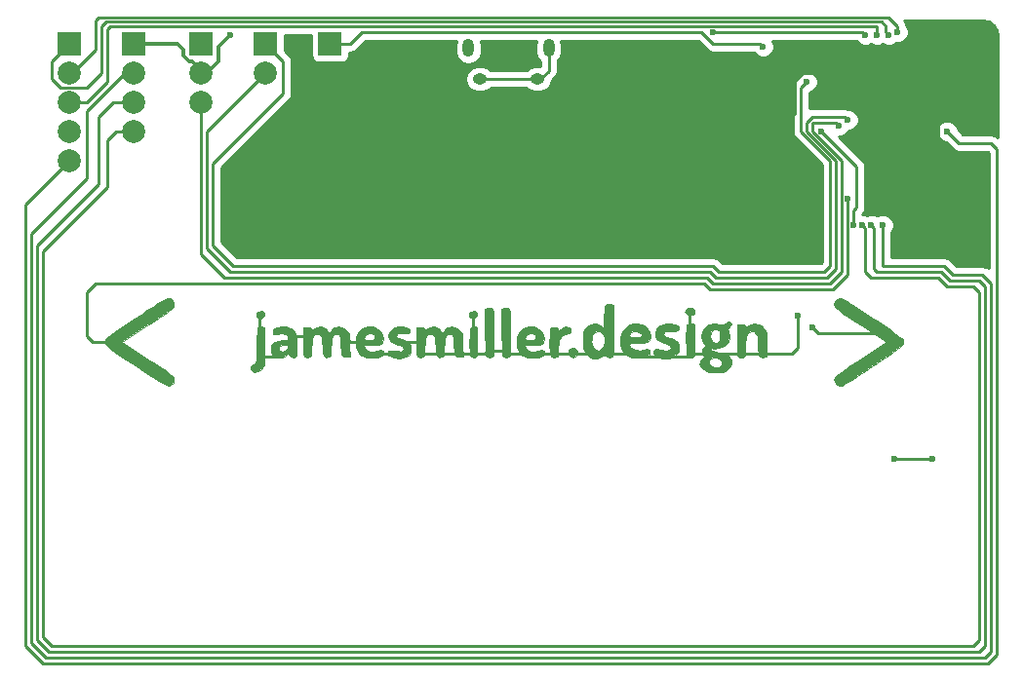
<source format=gbr>
G04 #@! TF.FileFunction,Copper,L1,Top,Signal*
%FSLAX46Y46*%
G04 Gerber Fmt 4.6, Leading zero omitted, Abs format (unit mm)*
G04 Created by KiCad (PCBNEW 4.0.4-stable) date Saturday, 28 October 2017 'AMt' 09:45:45*
%MOMM*%
%LPD*%
G01*
G04 APERTURE LIST*
%ADD10C,0.100000*%
%ADD11C,0.010000*%
%ADD12O,1.250000X0.950000*%
%ADD13O,1.000000X1.550000*%
%ADD14C,0.200000*%
%ADD15C,0.300000*%
%ADD16R,2.000000X2.000000*%
%ADD17C,2.000000*%
%ADD18C,0.600000*%
%ADD19C,0.300000*%
%ADD20C,0.250000*%
%ADD21C,0.254000*%
G04 APERTURE END LIST*
D10*
D11*
G36*
X181259444Y-98075703D02*
X181354512Y-98125955D01*
X181417686Y-98197177D01*
X181377816Y-98299655D01*
X181248875Y-98446588D01*
X181104435Y-98624870D01*
X181084972Y-98741567D01*
X181115149Y-98785282D01*
X181188115Y-98951215D01*
X181216874Y-99214875D01*
X181201785Y-99510629D01*
X181143206Y-99772840D01*
X181109312Y-99850606D01*
X180904763Y-100081120D01*
X180593238Y-100266049D01*
X180236145Y-100377714D01*
X179910867Y-100390760D01*
X179690387Y-100377746D01*
X179552049Y-100400413D01*
X179536615Y-100413132D01*
X179551131Y-100521742D01*
X179731005Y-100621727D01*
X180072403Y-100711389D01*
X180300939Y-100751579D01*
X180785058Y-100861398D01*
X181118127Y-101020015D01*
X181313323Y-101234952D01*
X181360951Y-101356692D01*
X181368681Y-101684460D01*
X181244640Y-102007077D01*
X181016101Y-102261265D01*
X180953356Y-102302390D01*
X180644553Y-102418379D01*
X180241411Y-102484779D01*
X179813179Y-102495740D01*
X179429105Y-102445411D01*
X179388060Y-102434634D01*
X179135331Y-102315353D01*
X178896021Y-102125244D01*
X178717383Y-101910176D01*
X178646669Y-101716020D01*
X178646666Y-101714937D01*
X178656649Y-101674555D01*
X179426972Y-101674555D01*
X179557274Y-101861284D01*
X179596838Y-101891532D01*
X179886069Y-102004513D01*
X180216712Y-102006258D01*
X180430232Y-101935687D01*
X180560120Y-101783515D01*
X180586654Y-101572017D01*
X180503816Y-101380431D01*
X180474554Y-101352269D01*
X180312852Y-101272119D01*
X180076989Y-101208321D01*
X180049306Y-101203514D01*
X179766739Y-101212154D01*
X179553978Y-101316120D01*
X179433298Y-101481544D01*
X179426972Y-101674555D01*
X178656649Y-101674555D01*
X178699127Y-101502745D01*
X178822665Y-101281685D01*
X178949777Y-101154417D01*
X179012945Y-101077229D01*
X178978860Y-100940186D01*
X178939977Y-100860737D01*
X178870032Y-100684772D01*
X178890287Y-100533012D01*
X178975863Y-100369368D01*
X179072997Y-100187452D01*
X179080056Y-100070995D01*
X178996602Y-99941791D01*
X178973303Y-99912835D01*
X178849921Y-99642374D01*
X178817749Y-99314000D01*
X179578000Y-99314000D01*
X179612450Y-99570564D01*
X179698497Y-99759718D01*
X179711047Y-99773619D01*
X179918773Y-99886381D01*
X180156496Y-99891262D01*
X180323066Y-99805066D01*
X180390121Y-99648789D01*
X180420097Y-99398862D01*
X180412992Y-99126861D01*
X180368809Y-98904361D01*
X180323066Y-98822933D01*
X180125859Y-98730977D01*
X179887381Y-98750565D01*
X179711047Y-98854380D01*
X179620556Y-99029431D01*
X179578550Y-99282643D01*
X179578000Y-99314000D01*
X178817749Y-99314000D01*
X178816000Y-99296153D01*
X178833280Y-99013788D01*
X178907352Y-98815686D01*
X179071561Y-98618407D01*
X179097189Y-98592544D01*
X179466027Y-98333893D01*
X179895821Y-98232574D01*
X180360796Y-98283977D01*
X180597527Y-98331705D01*
X180741834Y-98313273D01*
X180861003Y-98218789D01*
X180870110Y-98209105D01*
X181064446Y-98064744D01*
X181259444Y-98075703D01*
X181259444Y-98075703D01*
G37*
X181259444Y-98075703D02*
X181354512Y-98125955D01*
X181417686Y-98197177D01*
X181377816Y-98299655D01*
X181248875Y-98446588D01*
X181104435Y-98624870D01*
X181084972Y-98741567D01*
X181115149Y-98785282D01*
X181188115Y-98951215D01*
X181216874Y-99214875D01*
X181201785Y-99510629D01*
X181143206Y-99772840D01*
X181109312Y-99850606D01*
X180904763Y-100081120D01*
X180593238Y-100266049D01*
X180236145Y-100377714D01*
X179910867Y-100390760D01*
X179690387Y-100377746D01*
X179552049Y-100400413D01*
X179536615Y-100413132D01*
X179551131Y-100521742D01*
X179731005Y-100621727D01*
X180072403Y-100711389D01*
X180300939Y-100751579D01*
X180785058Y-100861398D01*
X181118127Y-101020015D01*
X181313323Y-101234952D01*
X181360951Y-101356692D01*
X181368681Y-101684460D01*
X181244640Y-102007077D01*
X181016101Y-102261265D01*
X180953356Y-102302390D01*
X180644553Y-102418379D01*
X180241411Y-102484779D01*
X179813179Y-102495740D01*
X179429105Y-102445411D01*
X179388060Y-102434634D01*
X179135331Y-102315353D01*
X178896021Y-102125244D01*
X178717383Y-101910176D01*
X178646669Y-101716020D01*
X178646666Y-101714937D01*
X178656649Y-101674555D01*
X179426972Y-101674555D01*
X179557274Y-101861284D01*
X179596838Y-101891532D01*
X179886069Y-102004513D01*
X180216712Y-102006258D01*
X180430232Y-101935687D01*
X180560120Y-101783515D01*
X180586654Y-101572017D01*
X180503816Y-101380431D01*
X180474554Y-101352269D01*
X180312852Y-101272119D01*
X180076989Y-101208321D01*
X180049306Y-101203514D01*
X179766739Y-101212154D01*
X179553978Y-101316120D01*
X179433298Y-101481544D01*
X179426972Y-101674555D01*
X178656649Y-101674555D01*
X178699127Y-101502745D01*
X178822665Y-101281685D01*
X178949777Y-101154417D01*
X179012945Y-101077229D01*
X178978860Y-100940186D01*
X178939977Y-100860737D01*
X178870032Y-100684772D01*
X178890287Y-100533012D01*
X178975863Y-100369368D01*
X179072997Y-100187452D01*
X179080056Y-100070995D01*
X178996602Y-99941791D01*
X178973303Y-99912835D01*
X178849921Y-99642374D01*
X178817749Y-99314000D01*
X179578000Y-99314000D01*
X179612450Y-99570564D01*
X179698497Y-99759718D01*
X179711047Y-99773619D01*
X179918773Y-99886381D01*
X180156496Y-99891262D01*
X180323066Y-99805066D01*
X180390121Y-99648789D01*
X180420097Y-99398862D01*
X180412992Y-99126861D01*
X180368809Y-98904361D01*
X180323066Y-98822933D01*
X180125859Y-98730977D01*
X179887381Y-98750565D01*
X179711047Y-98854380D01*
X179620556Y-99029431D01*
X179578550Y-99282643D01*
X179578000Y-99314000D01*
X178817749Y-99314000D01*
X178816000Y-99296153D01*
X178833280Y-99013788D01*
X178907352Y-98815686D01*
X179071561Y-98618407D01*
X179097189Y-98592544D01*
X179466027Y-98333893D01*
X179895821Y-98232574D01*
X180360796Y-98283977D01*
X180597527Y-98331705D01*
X180741834Y-98313273D01*
X180861003Y-98218789D01*
X180870110Y-98209105D01*
X181064446Y-98064744D01*
X181259444Y-98075703D01*
G36*
X140716000Y-98509666D02*
X140775530Y-98536781D01*
X140819201Y-98590425D01*
X140849460Y-98694053D01*
X140868754Y-98871126D01*
X140879532Y-99145099D01*
X140884241Y-99539430D01*
X140885329Y-100077578D01*
X140885333Y-100132409D01*
X140882328Y-100728042D01*
X140872144Y-101179153D01*
X140853024Y-101510468D01*
X140823212Y-101746710D01*
X140780951Y-101912606D01*
X140754253Y-101977639D01*
X140545125Y-102252226D01*
X140258366Y-102409299D01*
X139939843Y-102428888D01*
X139805833Y-102390593D01*
X139730583Y-102284137D01*
X139700000Y-102093017D01*
X139738344Y-101887336D01*
X139870082Y-101793715D01*
X139875829Y-101792166D01*
X139989632Y-101739002D01*
X140074891Y-101632997D01*
X140135437Y-101452910D01*
X140175096Y-101177495D01*
X140197699Y-100785508D01*
X140207074Y-100255707D01*
X140208000Y-99949193D01*
X140209114Y-99434753D01*
X140214423Y-99064583D01*
X140226874Y-98813627D01*
X140249414Y-98656825D01*
X140284991Y-98569119D01*
X140336552Y-98525452D01*
X140377333Y-98509666D01*
X140602515Y-98489567D01*
X140716000Y-98509666D01*
X140716000Y-98509666D01*
G37*
X140716000Y-98509666D02*
X140775530Y-98536781D01*
X140819201Y-98590425D01*
X140849460Y-98694053D01*
X140868754Y-98871126D01*
X140879532Y-99145099D01*
X140884241Y-99539430D01*
X140885329Y-100077578D01*
X140885333Y-100132409D01*
X140882328Y-100728042D01*
X140872144Y-101179153D01*
X140853024Y-101510468D01*
X140823212Y-101746710D01*
X140780951Y-101912606D01*
X140754253Y-101977639D01*
X140545125Y-102252226D01*
X140258366Y-102409299D01*
X139939843Y-102428888D01*
X139805833Y-102390593D01*
X139730583Y-102284137D01*
X139700000Y-102093017D01*
X139738344Y-101887336D01*
X139870082Y-101793715D01*
X139875829Y-101792166D01*
X139989632Y-101739002D01*
X140074891Y-101632997D01*
X140135437Y-101452910D01*
X140175096Y-101177495D01*
X140197699Y-100785508D01*
X140207074Y-100255707D01*
X140208000Y-99949193D01*
X140209114Y-99434753D01*
X140214423Y-99064583D01*
X140226874Y-98813627D01*
X140249414Y-98656825D01*
X140284991Y-98569119D01*
X140336552Y-98525452D01*
X140377333Y-98509666D01*
X140602515Y-98489567D01*
X140716000Y-98509666D01*
G36*
X142742223Y-98517956D02*
X143110381Y-98619024D01*
X143236405Y-98686113D01*
X143434943Y-98876524D01*
X143570351Y-99158552D01*
X143649380Y-99555122D01*
X143678783Y-100089160D01*
X143679333Y-100189913D01*
X143671845Y-100600676D01*
X143646697Y-100871483D01*
X143599860Y-101031161D01*
X143553432Y-101091087D01*
X143389028Y-101151825D01*
X143196217Y-101134510D01*
X143045340Y-101055432D01*
X143002000Y-100963386D01*
X142970307Y-100852618D01*
X142866196Y-100875904D01*
X142702097Y-101010686D01*
X142436541Y-101163688D01*
X142104913Y-101229830D01*
X141794091Y-101193517D01*
X141758701Y-101180018D01*
X141570431Y-101045466D01*
X141483534Y-100933008D01*
X141406878Y-100680098D01*
X141397218Y-100385552D01*
X141400589Y-100368696D01*
X142078426Y-100368696D01*
X142146588Y-100539228D01*
X142172266Y-100567066D01*
X142374850Y-100662617D01*
X142625955Y-100600053D01*
X142729161Y-100536865D01*
X142871006Y-100380799D01*
X142917333Y-100240532D01*
X142876257Y-100120552D01*
X142725067Y-100077767D01*
X142657767Y-100076000D01*
X142355193Y-100115661D01*
X142155020Y-100220367D01*
X142078426Y-100368696D01*
X141400589Y-100368696D01*
X141450288Y-100120199D01*
X141541500Y-99970537D01*
X141764199Y-99841470D01*
X142087427Y-99733284D01*
X142442383Y-99665819D01*
X142642166Y-99653138D01*
X142840134Y-99628545D01*
X142913602Y-99540566D01*
X142917333Y-99496455D01*
X142843413Y-99273431D01*
X142646795Y-99127929D01*
X142365192Y-99083227D01*
X142264943Y-99093739D01*
X141935942Y-99146281D01*
X141739797Y-99163727D01*
X141642157Y-99137728D01*
X141608673Y-99059937D01*
X141605000Y-98933369D01*
X141627172Y-98762511D01*
X141723992Y-98657021D01*
X141940916Y-98567695D01*
X141943666Y-98566777D01*
X142328244Y-98498225D01*
X142742223Y-98517956D01*
X142742223Y-98517956D01*
G37*
X142742223Y-98517956D02*
X143110381Y-98619024D01*
X143236405Y-98686113D01*
X143434943Y-98876524D01*
X143570351Y-99158552D01*
X143649380Y-99555122D01*
X143678783Y-100089160D01*
X143679333Y-100189913D01*
X143671845Y-100600676D01*
X143646697Y-100871483D01*
X143599860Y-101031161D01*
X143553432Y-101091087D01*
X143389028Y-101151825D01*
X143196217Y-101134510D01*
X143045340Y-101055432D01*
X143002000Y-100963386D01*
X142970307Y-100852618D01*
X142866196Y-100875904D01*
X142702097Y-101010686D01*
X142436541Y-101163688D01*
X142104913Y-101229830D01*
X141794091Y-101193517D01*
X141758701Y-101180018D01*
X141570431Y-101045466D01*
X141483534Y-100933008D01*
X141406878Y-100680098D01*
X141397218Y-100385552D01*
X141400589Y-100368696D01*
X142078426Y-100368696D01*
X142146588Y-100539228D01*
X142172266Y-100567066D01*
X142374850Y-100662617D01*
X142625955Y-100600053D01*
X142729161Y-100536865D01*
X142871006Y-100380799D01*
X142917333Y-100240532D01*
X142876257Y-100120552D01*
X142725067Y-100077767D01*
X142657767Y-100076000D01*
X142355193Y-100115661D01*
X142155020Y-100220367D01*
X142078426Y-100368696D01*
X141400589Y-100368696D01*
X141450288Y-100120199D01*
X141541500Y-99970537D01*
X141764199Y-99841470D01*
X142087427Y-99733284D01*
X142442383Y-99665819D01*
X142642166Y-99653138D01*
X142840134Y-99628545D01*
X142913602Y-99540566D01*
X142917333Y-99496455D01*
X142843413Y-99273431D01*
X142646795Y-99127929D01*
X142365192Y-99083227D01*
X142264943Y-99093739D01*
X141935942Y-99146281D01*
X141739797Y-99163727D01*
X141642157Y-99137728D01*
X141608673Y-99059937D01*
X141605000Y-98933369D01*
X141627172Y-98762511D01*
X141723992Y-98657021D01*
X141940916Y-98567695D01*
X141943666Y-98566777D01*
X142328244Y-98498225D01*
X142742223Y-98517956D01*
G36*
X150579620Y-98629217D02*
X150899641Y-98884020D01*
X150908389Y-98894290D01*
X151117967Y-99231216D01*
X151185352Y-99559457D01*
X151104875Y-99849159D01*
X151093197Y-99867774D01*
X151014045Y-99969614D01*
X150913557Y-100031467D01*
X150751238Y-100063206D01*
X150486589Y-100074704D01*
X150239048Y-100076000D01*
X149842539Y-100087887D01*
X149603451Y-100129127D01*
X149511175Y-100208089D01*
X149555103Y-100333142D01*
X149706631Y-100496035D01*
X149977759Y-100637601D01*
X150337322Y-100657819D01*
X150695801Y-100575100D01*
X150954620Y-100538750D01*
X151139666Y-100616665D01*
X151214473Y-100792755D01*
X151214666Y-100804081D01*
X151137175Y-100959865D01*
X150931169Y-101087923D01*
X150636350Y-101179946D01*
X150292419Y-101227625D01*
X149939079Y-101222650D01*
X149616032Y-101156711D01*
X149584031Y-101145371D01*
X149340628Y-101038925D01*
X149149714Y-100929018D01*
X149126415Y-100911201D01*
X148935450Y-100656610D01*
X148811643Y-100296119D01*
X148762690Y-99882377D01*
X148793980Y-99496455D01*
X149521333Y-99496455D01*
X149545800Y-99587345D01*
X149645226Y-99634669D01*
X149858647Y-99651523D01*
X149987000Y-99652666D01*
X150253774Y-99647069D01*
X150392687Y-99617908D01*
X150445138Y-99546631D01*
X150452666Y-99443978D01*
X150377260Y-99233911D01*
X150180271Y-99095477D01*
X149978066Y-99060000D01*
X149774080Y-99128590D01*
X149599787Y-99292095D01*
X149521534Y-99487112D01*
X149521333Y-99496455D01*
X148793980Y-99496455D01*
X148796285Y-99468032D01*
X148876073Y-99198496D01*
X149101136Y-98858242D01*
X149422854Y-98625375D01*
X149802395Y-98505707D01*
X150200927Y-98505050D01*
X150579620Y-98629217D01*
X150579620Y-98629217D01*
G37*
X150579620Y-98629217D02*
X150899641Y-98884020D01*
X150908389Y-98894290D01*
X151117967Y-99231216D01*
X151185352Y-99559457D01*
X151104875Y-99849159D01*
X151093197Y-99867774D01*
X151014045Y-99969614D01*
X150913557Y-100031467D01*
X150751238Y-100063206D01*
X150486589Y-100074704D01*
X150239048Y-100076000D01*
X149842539Y-100087887D01*
X149603451Y-100129127D01*
X149511175Y-100208089D01*
X149555103Y-100333142D01*
X149706631Y-100496035D01*
X149977759Y-100637601D01*
X150337322Y-100657819D01*
X150695801Y-100575100D01*
X150954620Y-100538750D01*
X151139666Y-100616665D01*
X151214473Y-100792755D01*
X151214666Y-100804081D01*
X151137175Y-100959865D01*
X150931169Y-101087923D01*
X150636350Y-101179946D01*
X150292419Y-101227625D01*
X149939079Y-101222650D01*
X149616032Y-101156711D01*
X149584031Y-101145371D01*
X149340628Y-101038925D01*
X149149714Y-100929018D01*
X149126415Y-100911201D01*
X148935450Y-100656610D01*
X148811643Y-100296119D01*
X148762690Y-99882377D01*
X148793980Y-99496455D01*
X149521333Y-99496455D01*
X149545800Y-99587345D01*
X149645226Y-99634669D01*
X149858647Y-99651523D01*
X149987000Y-99652666D01*
X150253774Y-99647069D01*
X150392687Y-99617908D01*
X150445138Y-99546631D01*
X150452666Y-99443978D01*
X150377260Y-99233911D01*
X150180271Y-99095477D01*
X149978066Y-99060000D01*
X149774080Y-99128590D01*
X149599787Y-99292095D01*
X149521534Y-99487112D01*
X149521333Y-99496455D01*
X148793980Y-99496455D01*
X148796285Y-99468032D01*
X148876073Y-99198496D01*
X149101136Y-98858242D01*
X149422854Y-98625375D01*
X149802395Y-98505707D01*
X150200927Y-98505050D01*
X150579620Y-98629217D01*
G36*
X152856574Y-98497651D02*
X153159407Y-98549120D01*
X153374629Y-98641223D01*
X153416071Y-98679086D01*
X153473588Y-98851188D01*
X153460204Y-98969436D01*
X153411882Y-99065135D01*
X153316623Y-99108453D01*
X153129748Y-99109423D01*
X152921626Y-99090398D01*
X152620867Y-99070743D01*
X152439304Y-99094584D01*
X152330910Y-99168329D01*
X152326794Y-99173189D01*
X152257189Y-99306223D01*
X152307870Y-99416248D01*
X152495253Y-99518885D01*
X152793779Y-99617691D01*
X153190309Y-99765313D01*
X153439380Y-99944376D01*
X153562526Y-100175561D01*
X153585333Y-100377899D01*
X153536012Y-100736196D01*
X153374864Y-100984514D01*
X153115571Y-101141501D01*
X152648781Y-101249597D01*
X152144425Y-101196601D01*
X151934333Y-101131891D01*
X151720333Y-101056579D01*
X151586660Y-101012898D01*
X151568876Y-101008608D01*
X151557837Y-100934989D01*
X151568876Y-100774500D01*
X151584419Y-100662536D01*
X151621284Y-100595226D01*
X151711793Y-100567226D01*
X151888268Y-100573193D01*
X152183031Y-100607782D01*
X152403285Y-100636548D01*
X152674378Y-100653345D01*
X152836525Y-100608144D01*
X152900485Y-100550720D01*
X152960527Y-100391742D01*
X152858715Y-100250068D01*
X152592062Y-100122627D01*
X152436733Y-100074432D01*
X152030389Y-99923196D01*
X151774914Y-99731961D01*
X151653606Y-99485091D01*
X151638000Y-99326693D01*
X151702427Y-98963645D01*
X151899745Y-98704252D01*
X152225303Y-98543603D01*
X152525436Y-98493562D01*
X152856574Y-98497651D01*
X152856574Y-98497651D01*
G37*
X152856574Y-98497651D02*
X153159407Y-98549120D01*
X153374629Y-98641223D01*
X153416071Y-98679086D01*
X153473588Y-98851188D01*
X153460204Y-98969436D01*
X153411882Y-99065135D01*
X153316623Y-99108453D01*
X153129748Y-99109423D01*
X152921626Y-99090398D01*
X152620867Y-99070743D01*
X152439304Y-99094584D01*
X152330910Y-99168329D01*
X152326794Y-99173189D01*
X152257189Y-99306223D01*
X152307870Y-99416248D01*
X152495253Y-99518885D01*
X152793779Y-99617691D01*
X153190309Y-99765313D01*
X153439380Y-99944376D01*
X153562526Y-100175561D01*
X153585333Y-100377899D01*
X153536012Y-100736196D01*
X153374864Y-100984514D01*
X153115571Y-101141501D01*
X152648781Y-101249597D01*
X152144425Y-101196601D01*
X151934333Y-101131891D01*
X151720333Y-101056579D01*
X151586660Y-101012898D01*
X151568876Y-101008608D01*
X151557837Y-100934989D01*
X151568876Y-100774500D01*
X151584419Y-100662536D01*
X151621284Y-100595226D01*
X151711793Y-100567226D01*
X151888268Y-100573193D01*
X152183031Y-100607782D01*
X152403285Y-100636548D01*
X152674378Y-100653345D01*
X152836525Y-100608144D01*
X152900485Y-100550720D01*
X152960527Y-100391742D01*
X152858715Y-100250068D01*
X152592062Y-100122627D01*
X152436733Y-100074432D01*
X152030389Y-99923196D01*
X151774914Y-99731961D01*
X151653606Y-99485091D01*
X151638000Y-99326693D01*
X151702427Y-98963645D01*
X151899745Y-98704252D01*
X152225303Y-98543603D01*
X152525436Y-98493562D01*
X152856574Y-98497651D01*
G36*
X164549620Y-98629217D02*
X164869641Y-98884020D01*
X164878389Y-98894290D01*
X165087967Y-99231216D01*
X165155352Y-99559457D01*
X165074875Y-99849159D01*
X165063197Y-99867774D01*
X164984045Y-99969614D01*
X164883557Y-100031467D01*
X164721238Y-100063206D01*
X164456589Y-100074704D01*
X164209048Y-100076000D01*
X163812539Y-100087887D01*
X163573451Y-100129127D01*
X163481175Y-100208089D01*
X163525103Y-100333142D01*
X163676631Y-100496035D01*
X163947759Y-100637601D01*
X164307322Y-100657819D01*
X164665801Y-100575100D01*
X164924620Y-100538750D01*
X165109666Y-100616665D01*
X165184473Y-100792755D01*
X165184666Y-100804081D01*
X165107175Y-100959865D01*
X164901169Y-101087923D01*
X164606350Y-101179946D01*
X164262419Y-101227625D01*
X163909079Y-101222650D01*
X163586032Y-101156711D01*
X163554031Y-101145371D01*
X163310628Y-101038925D01*
X163119714Y-100929018D01*
X163096415Y-100911201D01*
X162905450Y-100656610D01*
X162781643Y-100296119D01*
X162732690Y-99882377D01*
X162763980Y-99496455D01*
X163491333Y-99496455D01*
X163515800Y-99587345D01*
X163615226Y-99634669D01*
X163828647Y-99651523D01*
X163957000Y-99652666D01*
X164223774Y-99647069D01*
X164362687Y-99617908D01*
X164415138Y-99546631D01*
X164422666Y-99443978D01*
X164347260Y-99233911D01*
X164150271Y-99095477D01*
X163948066Y-99060000D01*
X163744080Y-99128590D01*
X163569787Y-99292095D01*
X163491534Y-99487112D01*
X163491333Y-99496455D01*
X162763980Y-99496455D01*
X162766285Y-99468032D01*
X162846073Y-99198496D01*
X163071136Y-98858242D01*
X163392854Y-98625375D01*
X163772395Y-98505707D01*
X164170927Y-98505050D01*
X164549620Y-98629217D01*
X164549620Y-98629217D01*
G37*
X164549620Y-98629217D02*
X164869641Y-98884020D01*
X164878389Y-98894290D01*
X165087967Y-99231216D01*
X165155352Y-99559457D01*
X165074875Y-99849159D01*
X165063197Y-99867774D01*
X164984045Y-99969614D01*
X164883557Y-100031467D01*
X164721238Y-100063206D01*
X164456589Y-100074704D01*
X164209048Y-100076000D01*
X163812539Y-100087887D01*
X163573451Y-100129127D01*
X163481175Y-100208089D01*
X163525103Y-100333142D01*
X163676631Y-100496035D01*
X163947759Y-100637601D01*
X164307322Y-100657819D01*
X164665801Y-100575100D01*
X164924620Y-100538750D01*
X165109666Y-100616665D01*
X165184473Y-100792755D01*
X165184666Y-100804081D01*
X165107175Y-100959865D01*
X164901169Y-101087923D01*
X164606350Y-101179946D01*
X164262419Y-101227625D01*
X163909079Y-101222650D01*
X163586032Y-101156711D01*
X163554031Y-101145371D01*
X163310628Y-101038925D01*
X163119714Y-100929018D01*
X163096415Y-100911201D01*
X162905450Y-100656610D01*
X162781643Y-100296119D01*
X162732690Y-99882377D01*
X162763980Y-99496455D01*
X163491333Y-99496455D01*
X163515800Y-99587345D01*
X163615226Y-99634669D01*
X163828647Y-99651523D01*
X163957000Y-99652666D01*
X164223774Y-99647069D01*
X164362687Y-99617908D01*
X164415138Y-99546631D01*
X164422666Y-99443978D01*
X164347260Y-99233911D01*
X164150271Y-99095477D01*
X163948066Y-99060000D01*
X163744080Y-99128590D01*
X163569787Y-99292095D01*
X163491534Y-99487112D01*
X163491333Y-99496455D01*
X162763980Y-99496455D01*
X162766285Y-99468032D01*
X162846073Y-99198496D01*
X163071136Y-98858242D01*
X163392854Y-98625375D01*
X163772395Y-98505707D01*
X164170927Y-98505050D01*
X164549620Y-98629217D01*
G36*
X170916365Y-96567580D02*
X171153666Y-96650992D01*
X171176345Y-98807996D01*
X171182450Y-99473041D01*
X171184346Y-99988881D01*
X171180950Y-100375617D01*
X171171179Y-100653349D01*
X171153947Y-100842176D01*
X171128172Y-100962198D01*
X171092770Y-101033516D01*
X171054330Y-101070833D01*
X170804720Y-101170239D01*
X170568993Y-101114600D01*
X170492431Y-101053669D01*
X170394177Y-100985446D01*
X170270958Y-100994350D01*
X170065177Y-101085833D01*
X170045148Y-101096002D01*
X169698310Y-101230400D01*
X169400713Y-101239126D01*
X169206333Y-101180096D01*
X169042056Y-101074989D01*
X168840413Y-100899534D01*
X168783000Y-100841342D01*
X168660038Y-100699493D01*
X168582472Y-100559959D01*
X168537567Y-100376816D01*
X168512590Y-100104142D01*
X168499495Y-99818863D01*
X168497528Y-99737333D01*
X169248666Y-99737333D01*
X169298364Y-100109728D01*
X169432297Y-100382468D01*
X169627730Y-100538902D01*
X169861924Y-100562377D01*
X170112141Y-100436241D01*
X170153376Y-100399908D01*
X170289198Y-100174211D01*
X170356600Y-99858946D01*
X170354297Y-99518854D01*
X170281002Y-99218674D01*
X170180000Y-99060000D01*
X169940579Y-98908823D01*
X169703082Y-98907059D01*
X169492695Y-99036389D01*
X169334602Y-99278499D01*
X169253988Y-99615071D01*
X169248666Y-99737333D01*
X168497528Y-99737333D01*
X168490259Y-99436118D01*
X168503053Y-99174008D01*
X168544753Y-98984513D01*
X168622236Y-98819613D01*
X168648996Y-98774997D01*
X168902652Y-98489018D01*
X169220770Y-98308915D01*
X169562458Y-98242783D01*
X169886824Y-98298721D01*
X170147209Y-98478351D01*
X170215269Y-98547671D01*
X170262081Y-98561469D01*
X170293409Y-98496417D01*
X170315014Y-98329185D01*
X170332659Y-98036445D01*
X170349333Y-97660126D01*
X170377250Y-97173681D01*
X170419660Y-96836417D01*
X170486996Y-96628229D01*
X170589694Y-96529014D01*
X170738187Y-96518668D01*
X170916365Y-96567580D01*
X170916365Y-96567580D01*
G37*
X170916365Y-96567580D02*
X171153666Y-96650992D01*
X171176345Y-98807996D01*
X171182450Y-99473041D01*
X171184346Y-99988881D01*
X171180950Y-100375617D01*
X171171179Y-100653349D01*
X171153947Y-100842176D01*
X171128172Y-100962198D01*
X171092770Y-101033516D01*
X171054330Y-101070833D01*
X170804720Y-101170239D01*
X170568993Y-101114600D01*
X170492431Y-101053669D01*
X170394177Y-100985446D01*
X170270958Y-100994350D01*
X170065177Y-101085833D01*
X170045148Y-101096002D01*
X169698310Y-101230400D01*
X169400713Y-101239126D01*
X169206333Y-101180096D01*
X169042056Y-101074989D01*
X168840413Y-100899534D01*
X168783000Y-100841342D01*
X168660038Y-100699493D01*
X168582472Y-100559959D01*
X168537567Y-100376816D01*
X168512590Y-100104142D01*
X168499495Y-99818863D01*
X168497528Y-99737333D01*
X169248666Y-99737333D01*
X169298364Y-100109728D01*
X169432297Y-100382468D01*
X169627730Y-100538902D01*
X169861924Y-100562377D01*
X170112141Y-100436241D01*
X170153376Y-100399908D01*
X170289198Y-100174211D01*
X170356600Y-99858946D01*
X170354297Y-99518854D01*
X170281002Y-99218674D01*
X170180000Y-99060000D01*
X169940579Y-98908823D01*
X169703082Y-98907059D01*
X169492695Y-99036389D01*
X169334602Y-99278499D01*
X169253988Y-99615071D01*
X169248666Y-99737333D01*
X168497528Y-99737333D01*
X168490259Y-99436118D01*
X168503053Y-99174008D01*
X168544753Y-98984513D01*
X168622236Y-98819613D01*
X168648996Y-98774997D01*
X168902652Y-98489018D01*
X169220770Y-98308915D01*
X169562458Y-98242783D01*
X169886824Y-98298721D01*
X170147209Y-98478351D01*
X170215269Y-98547671D01*
X170262081Y-98561469D01*
X170293409Y-98496417D01*
X170315014Y-98329185D01*
X170332659Y-98036445D01*
X170349333Y-97660126D01*
X170377250Y-97173681D01*
X170419660Y-96836417D01*
X170486996Y-96628229D01*
X170589694Y-96529014D01*
X170738187Y-96518668D01*
X170916365Y-96567580D01*
G36*
X173607313Y-98299553D02*
X173945371Y-98480118D01*
X174210890Y-98776752D01*
X174296593Y-98944496D01*
X174399131Y-99280875D01*
X174379283Y-99535609D01*
X174244000Y-99737333D01*
X174136713Y-99820460D01*
X173991296Y-99871468D01*
X173767544Y-99897668D01*
X173425251Y-99906368D01*
X173312666Y-99906666D01*
X172950089Y-99909710D01*
X172724729Y-99923422D01*
X172604514Y-99954670D01*
X172557370Y-100010322D01*
X172550666Y-100069854D01*
X172626326Y-100289269D01*
X172828617Y-100452867D01*
X173120502Y-100548279D01*
X173464949Y-100563134D01*
X173809801Y-100490434D01*
X174076345Y-100453331D01*
X174257507Y-100543202D01*
X174328455Y-100747073D01*
X174328666Y-100761526D01*
X174250941Y-100926326D01*
X174043314Y-101063433D01*
X173744110Y-101164496D01*
X173391651Y-101221166D01*
X173024261Y-101225092D01*
X172680264Y-101167924D01*
X172593000Y-101139701D01*
X172199023Y-100911485D01*
X171916560Y-100567348D01*
X171754601Y-100126139D01*
X171722134Y-99606705D01*
X171749164Y-99370431D01*
X171795767Y-99232312D01*
X172550666Y-99232312D01*
X172568606Y-99322432D01*
X172647280Y-99372680D01*
X172823968Y-99394326D01*
X173101000Y-99398666D01*
X173442938Y-99383718D01*
X173622612Y-99339223D01*
X173651333Y-99299500D01*
X173577135Y-99118808D01*
X173394654Y-98967571D01*
X173164061Y-98892495D01*
X173124644Y-98890666D01*
X172821744Y-98936354D01*
X172619590Y-99060430D01*
X172550666Y-99232312D01*
X171795767Y-99232312D01*
X171887388Y-98960772D01*
X172134521Y-98636843D01*
X172460321Y-98403701D01*
X172834547Y-98266400D01*
X173226958Y-98229999D01*
X173607313Y-98299553D01*
X173607313Y-98299553D01*
G37*
X173607313Y-98299553D02*
X173945371Y-98480118D01*
X174210890Y-98776752D01*
X174296593Y-98944496D01*
X174399131Y-99280875D01*
X174379283Y-99535609D01*
X174244000Y-99737333D01*
X174136713Y-99820460D01*
X173991296Y-99871468D01*
X173767544Y-99897668D01*
X173425251Y-99906368D01*
X173312666Y-99906666D01*
X172950089Y-99909710D01*
X172724729Y-99923422D01*
X172604514Y-99954670D01*
X172557370Y-100010322D01*
X172550666Y-100069854D01*
X172626326Y-100289269D01*
X172828617Y-100452867D01*
X173120502Y-100548279D01*
X173464949Y-100563134D01*
X173809801Y-100490434D01*
X174076345Y-100453331D01*
X174257507Y-100543202D01*
X174328455Y-100747073D01*
X174328666Y-100761526D01*
X174250941Y-100926326D01*
X174043314Y-101063433D01*
X173744110Y-101164496D01*
X173391651Y-101221166D01*
X173024261Y-101225092D01*
X172680264Y-101167924D01*
X172593000Y-101139701D01*
X172199023Y-100911485D01*
X171916560Y-100567348D01*
X171754601Y-100126139D01*
X171722134Y-99606705D01*
X171749164Y-99370431D01*
X171795767Y-99232312D01*
X172550666Y-99232312D01*
X172568606Y-99322432D01*
X172647280Y-99372680D01*
X172823968Y-99394326D01*
X173101000Y-99398666D01*
X173442938Y-99383718D01*
X173622612Y-99339223D01*
X173651333Y-99299500D01*
X173577135Y-99118808D01*
X173394654Y-98967571D01*
X173164061Y-98892495D01*
X173124644Y-98890666D01*
X172821744Y-98936354D01*
X172619590Y-99060430D01*
X172550666Y-99232312D01*
X171795767Y-99232312D01*
X171887388Y-98960772D01*
X172134521Y-98636843D01*
X172460321Y-98403701D01*
X172834547Y-98266400D01*
X173226958Y-98229999D01*
X173607313Y-98299553D01*
G36*
X176118867Y-98249021D02*
X176445481Y-98297127D01*
X176701781Y-98388155D01*
X176841251Y-98518531D01*
X176844167Y-98525612D01*
X176866012Y-98722375D01*
X176747830Y-98847426D01*
X176483235Y-98904390D01*
X176177096Y-98904209D01*
X175852244Y-98897881D01*
X175651923Y-98926025D01*
X175533557Y-98995739D01*
X175516800Y-99014292D01*
X175457927Y-99152477D01*
X175534603Y-99277017D01*
X175758024Y-99397202D01*
X176123885Y-99517935D01*
X176504682Y-99665061D01*
X176739944Y-99860758D01*
X176851712Y-100129280D01*
X176868666Y-100337420D01*
X176793816Y-100685915D01*
X176585776Y-100961549D01*
X176269313Y-101152485D01*
X175869194Y-101246886D01*
X175410183Y-101232914D01*
X175126113Y-101170310D01*
X174830950Y-101036756D01*
X174662979Y-100856332D01*
X174640211Y-100652118D01*
X174667834Y-100583064D01*
X174789322Y-100449910D01*
X174949749Y-100456075D01*
X175141905Y-100498745D01*
X175419347Y-100541291D01*
X175559659Y-100557725D01*
X175846512Y-100571462D01*
X176018524Y-100532350D01*
X176099193Y-100466004D01*
X176159176Y-100312869D01*
X176068010Y-100170496D01*
X175819015Y-100032467D01*
X175545937Y-99934587D01*
X175264163Y-99826191D01*
X175034506Y-99703571D01*
X174945515Y-99632609D01*
X174822580Y-99382273D01*
X174809276Y-99070370D01*
X174894617Y-98754184D01*
X175067617Y-98490998D01*
X175182302Y-98397963D01*
X175440760Y-98295866D01*
X175768454Y-98247410D01*
X176118867Y-98249021D01*
X176118867Y-98249021D01*
G37*
X176118867Y-98249021D02*
X176445481Y-98297127D01*
X176701781Y-98388155D01*
X176841251Y-98518531D01*
X176844167Y-98525612D01*
X176866012Y-98722375D01*
X176747830Y-98847426D01*
X176483235Y-98904390D01*
X176177096Y-98904209D01*
X175852244Y-98897881D01*
X175651923Y-98926025D01*
X175533557Y-98995739D01*
X175516800Y-99014292D01*
X175457927Y-99152477D01*
X175534603Y-99277017D01*
X175758024Y-99397202D01*
X176123885Y-99517935D01*
X176504682Y-99665061D01*
X176739944Y-99860758D01*
X176851712Y-100129280D01*
X176868666Y-100337420D01*
X176793816Y-100685915D01*
X176585776Y-100961549D01*
X176269313Y-101152485D01*
X175869194Y-101246886D01*
X175410183Y-101232914D01*
X175126113Y-101170310D01*
X174830950Y-101036756D01*
X174662979Y-100856332D01*
X174640211Y-100652118D01*
X174667834Y-100583064D01*
X174789322Y-100449910D01*
X174949749Y-100456075D01*
X175141905Y-100498745D01*
X175419347Y-100541291D01*
X175559659Y-100557725D01*
X175846512Y-100571462D01*
X176018524Y-100532350D01*
X176099193Y-100466004D01*
X176159176Y-100312869D01*
X176068010Y-100170496D01*
X175819015Y-100032467D01*
X175545937Y-99934587D01*
X175264163Y-99826191D01*
X175034506Y-99703571D01*
X174945515Y-99632609D01*
X174822580Y-99382273D01*
X174809276Y-99070370D01*
X174894617Y-98754184D01*
X175067617Y-98490998D01*
X175182302Y-98397963D01*
X175440760Y-98295866D01*
X175768454Y-98247410D01*
X176118867Y-98249021D01*
G36*
X146011696Y-98576456D02*
X146249100Y-98763376D01*
X146302075Y-98844738D01*
X146407455Y-99041642D01*
X146645116Y-98775654D01*
X146831071Y-98601710D01*
X147025908Y-98525096D01*
X147269093Y-98509666D01*
X147547419Y-98533085D01*
X147753915Y-98628683D01*
X147932205Y-98786229D01*
X148209000Y-99062792D01*
X148237180Y-100074022D01*
X148265360Y-101085253D01*
X148054566Y-101138159D01*
X147820294Y-101143268D01*
X147666552Y-101096220D01*
X147584482Y-101037669D01*
X147532445Y-100945046D01*
X147503724Y-100783420D01*
X147491602Y-100517864D01*
X147489333Y-100174621D01*
X147480720Y-99735429D01*
X147448387Y-99438916D01*
X147382592Y-99259007D01*
X147273590Y-99169624D01*
X147111641Y-99144692D01*
X147104522Y-99144666D01*
X146910615Y-99180032D01*
X146776408Y-99300567D01*
X146693024Y-99527933D01*
X146651584Y-99883789D01*
X146642666Y-100271553D01*
X146641125Y-100648169D01*
X146630728Y-100889105D01*
X146602817Y-101028016D01*
X146548733Y-101098556D01*
X146459818Y-101134379D01*
X146417895Y-101145187D01*
X146211367Y-101174643D01*
X146069054Y-101126302D01*
X145978233Y-100977971D01*
X145926179Y-100707463D01*
X145900167Y-100292586D01*
X145898414Y-100239255D01*
X145868992Y-99772502D01*
X145808235Y-99451833D01*
X145706491Y-99255390D01*
X145554107Y-99161317D01*
X145415000Y-99144666D01*
X145219000Y-99179974D01*
X145083538Y-99300388D01*
X144999572Y-99527647D01*
X144958059Y-99883489D01*
X144949333Y-100264108D01*
X144944366Y-100654375D01*
X144926280Y-100906255D01*
X144890294Y-101050486D01*
X144831626Y-101117811D01*
X144815408Y-101125274D01*
X144538258Y-101173777D01*
X144322088Y-101100147D01*
X144279915Y-101059204D01*
X144235207Y-100917127D01*
X144209094Y-100618318D01*
X144201323Y-100158387D01*
X144206048Y-99768037D01*
X144229666Y-98594333D01*
X144519039Y-98566742D01*
X144764591Y-98581115D01*
X144886540Y-98678759D01*
X144962702Y-98771643D01*
X145058351Y-98732233D01*
X145105167Y-98691779D01*
X145386967Y-98533915D01*
X145706731Y-98497721D01*
X146011696Y-98576456D01*
X146011696Y-98576456D01*
G37*
X146011696Y-98576456D02*
X146249100Y-98763376D01*
X146302075Y-98844738D01*
X146407455Y-99041642D01*
X146645116Y-98775654D01*
X146831071Y-98601710D01*
X147025908Y-98525096D01*
X147269093Y-98509666D01*
X147547419Y-98533085D01*
X147753915Y-98628683D01*
X147932205Y-98786229D01*
X148209000Y-99062792D01*
X148237180Y-100074022D01*
X148265360Y-101085253D01*
X148054566Y-101138159D01*
X147820294Y-101143268D01*
X147666552Y-101096220D01*
X147584482Y-101037669D01*
X147532445Y-100945046D01*
X147503724Y-100783420D01*
X147491602Y-100517864D01*
X147489333Y-100174621D01*
X147480720Y-99735429D01*
X147448387Y-99438916D01*
X147382592Y-99259007D01*
X147273590Y-99169624D01*
X147111641Y-99144692D01*
X147104522Y-99144666D01*
X146910615Y-99180032D01*
X146776408Y-99300567D01*
X146693024Y-99527933D01*
X146651584Y-99883789D01*
X146642666Y-100271553D01*
X146641125Y-100648169D01*
X146630728Y-100889105D01*
X146602817Y-101028016D01*
X146548733Y-101098556D01*
X146459818Y-101134379D01*
X146417895Y-101145187D01*
X146211367Y-101174643D01*
X146069054Y-101126302D01*
X145978233Y-100977971D01*
X145926179Y-100707463D01*
X145900167Y-100292586D01*
X145898414Y-100239255D01*
X145868992Y-99772502D01*
X145808235Y-99451833D01*
X145706491Y-99255390D01*
X145554107Y-99161317D01*
X145415000Y-99144666D01*
X145219000Y-99179974D01*
X145083538Y-99300388D01*
X144999572Y-99527647D01*
X144958059Y-99883489D01*
X144949333Y-100264108D01*
X144944366Y-100654375D01*
X144926280Y-100906255D01*
X144890294Y-101050486D01*
X144831626Y-101117811D01*
X144815408Y-101125274D01*
X144538258Y-101173777D01*
X144322088Y-101100147D01*
X144279915Y-101059204D01*
X144235207Y-100917127D01*
X144209094Y-100618318D01*
X144201323Y-100158387D01*
X144206048Y-99768037D01*
X144229666Y-98594333D01*
X144519039Y-98566742D01*
X144764591Y-98581115D01*
X144886540Y-98678759D01*
X144962702Y-98771643D01*
X145058351Y-98732233D01*
X145105167Y-98691779D01*
X145386967Y-98533915D01*
X145706731Y-98497721D01*
X146011696Y-98576456D01*
G36*
X155833029Y-98576456D02*
X156070433Y-98763376D01*
X156123409Y-98844738D01*
X156228789Y-99041642D01*
X156466449Y-98775654D01*
X156652404Y-98601710D01*
X156847241Y-98525096D01*
X157090426Y-98509666D01*
X157368752Y-98533085D01*
X157575249Y-98628683D01*
X157753538Y-98786229D01*
X158030333Y-99062792D01*
X158058513Y-100074022D01*
X158086694Y-101085253D01*
X157875899Y-101138159D01*
X157641627Y-101143268D01*
X157487885Y-101096220D01*
X157405815Y-101037669D01*
X157353778Y-100945046D01*
X157325057Y-100783420D01*
X157312936Y-100517864D01*
X157310666Y-100174621D01*
X157302054Y-99735429D01*
X157269721Y-99438916D01*
X157203925Y-99259007D01*
X157094924Y-99169624D01*
X156932975Y-99144692D01*
X156925855Y-99144666D01*
X156731949Y-99180032D01*
X156597742Y-99300567D01*
X156514357Y-99527933D01*
X156472917Y-99883789D01*
X156464000Y-100271553D01*
X156462458Y-100648169D01*
X156452061Y-100889105D01*
X156424150Y-101028016D01*
X156370066Y-101098556D01*
X156281151Y-101134379D01*
X156239228Y-101145187D01*
X156032700Y-101174643D01*
X155890387Y-101126302D01*
X155799566Y-100977971D01*
X155747512Y-100707463D01*
X155721501Y-100292586D01*
X155719747Y-100239255D01*
X155690325Y-99772502D01*
X155629568Y-99451833D01*
X155527824Y-99255390D01*
X155375440Y-99161317D01*
X155236333Y-99144666D01*
X155040333Y-99179974D01*
X154904871Y-99300388D01*
X154820905Y-99527647D01*
X154779392Y-99883489D01*
X154770666Y-100264108D01*
X154765700Y-100654375D01*
X154747614Y-100906255D01*
X154711627Y-101050486D01*
X154652960Y-101117811D01*
X154636741Y-101125274D01*
X154359591Y-101173777D01*
X154143421Y-101100147D01*
X154101248Y-101059204D01*
X154056541Y-100917127D01*
X154030427Y-100618318D01*
X154022656Y-100158387D01*
X154027381Y-99768037D01*
X154051000Y-98594333D01*
X154340372Y-98566742D01*
X154585924Y-98581115D01*
X154707873Y-98678759D01*
X154784035Y-98771643D01*
X154879684Y-98732233D01*
X154926500Y-98691779D01*
X155208300Y-98533915D01*
X155528064Y-98497721D01*
X155833029Y-98576456D01*
X155833029Y-98576456D01*
G37*
X155833029Y-98576456D02*
X156070433Y-98763376D01*
X156123409Y-98844738D01*
X156228789Y-99041642D01*
X156466449Y-98775654D01*
X156652404Y-98601710D01*
X156847241Y-98525096D01*
X157090426Y-98509666D01*
X157368752Y-98533085D01*
X157575249Y-98628683D01*
X157753538Y-98786229D01*
X158030333Y-99062792D01*
X158058513Y-100074022D01*
X158086694Y-101085253D01*
X157875899Y-101138159D01*
X157641627Y-101143268D01*
X157487885Y-101096220D01*
X157405815Y-101037669D01*
X157353778Y-100945046D01*
X157325057Y-100783420D01*
X157312936Y-100517864D01*
X157310666Y-100174621D01*
X157302054Y-99735429D01*
X157269721Y-99438916D01*
X157203925Y-99259007D01*
X157094924Y-99169624D01*
X156932975Y-99144692D01*
X156925855Y-99144666D01*
X156731949Y-99180032D01*
X156597742Y-99300567D01*
X156514357Y-99527933D01*
X156472917Y-99883789D01*
X156464000Y-100271553D01*
X156462458Y-100648169D01*
X156452061Y-100889105D01*
X156424150Y-101028016D01*
X156370066Y-101098556D01*
X156281151Y-101134379D01*
X156239228Y-101145187D01*
X156032700Y-101174643D01*
X155890387Y-101126302D01*
X155799566Y-100977971D01*
X155747512Y-100707463D01*
X155721501Y-100292586D01*
X155719747Y-100239255D01*
X155690325Y-99772502D01*
X155629568Y-99451833D01*
X155527824Y-99255390D01*
X155375440Y-99161317D01*
X155236333Y-99144666D01*
X155040333Y-99179974D01*
X154904871Y-99300388D01*
X154820905Y-99527647D01*
X154779392Y-99883489D01*
X154770666Y-100264108D01*
X154765700Y-100654375D01*
X154747614Y-100906255D01*
X154711627Y-101050486D01*
X154652960Y-101117811D01*
X154636741Y-101125274D01*
X154359591Y-101173777D01*
X154143421Y-101100147D01*
X154101248Y-101059204D01*
X154056541Y-100917127D01*
X154030427Y-100618318D01*
X154022656Y-100158387D01*
X154027381Y-99768037D01*
X154051000Y-98594333D01*
X154340372Y-98566742D01*
X154585924Y-98581115D01*
X154707873Y-98678759D01*
X154784035Y-98771643D01*
X154879684Y-98732233D01*
X154926500Y-98691779D01*
X155208300Y-98533915D01*
X155528064Y-98497721D01*
X155833029Y-98576456D01*
G36*
X158985539Y-98470427D02*
X159131189Y-98502148D01*
X159342666Y-98555226D01*
X159342666Y-99764346D01*
X159336031Y-100328478D01*
X159315741Y-100731204D01*
X159281223Y-100979947D01*
X159241066Y-101075066D01*
X159038759Y-101165151D01*
X158774035Y-101121744D01*
X158771166Y-101120593D01*
X158726948Y-101052281D01*
X158695735Y-100877047D01*
X158676118Y-100577480D01*
X158666689Y-100136168D01*
X158665333Y-99812287D01*
X158667802Y-99291849D01*
X158680349Y-98919043D01*
X158710686Y-98672183D01*
X158766522Y-98529583D01*
X158855570Y-98469560D01*
X158985539Y-98470427D01*
X158985539Y-98470427D01*
G37*
X158985539Y-98470427D02*
X159131189Y-98502148D01*
X159342666Y-98555226D01*
X159342666Y-99764346D01*
X159336031Y-100328478D01*
X159315741Y-100731204D01*
X159281223Y-100979947D01*
X159241066Y-101075066D01*
X159038759Y-101165151D01*
X158774035Y-101121744D01*
X158771166Y-101120593D01*
X158726948Y-101052281D01*
X158695735Y-100877047D01*
X158676118Y-100577480D01*
X158666689Y-100136168D01*
X158665333Y-99812287D01*
X158667802Y-99291849D01*
X158680349Y-98919043D01*
X158710686Y-98672183D01*
X158766522Y-98529583D01*
X158855570Y-98469560D01*
X158985539Y-98470427D01*
G36*
X160595605Y-96907333D02*
X160658344Y-97024370D01*
X160701388Y-97227031D01*
X160729182Y-97533298D01*
X160746170Y-97961154D01*
X160756799Y-98528581D01*
X160762445Y-98984456D01*
X160768735Y-99619016D01*
X160770321Y-100105334D01*
X160765970Y-100464464D01*
X160754452Y-100717464D01*
X160734536Y-100885387D01*
X160704989Y-100989289D01*
X160664581Y-101050226D01*
X160640430Y-101070790D01*
X160399458Y-101169972D01*
X160179879Y-101121769D01*
X160121600Y-101075066D01*
X160086176Y-100982838D01*
X160058978Y-100777389D01*
X160039414Y-100446370D01*
X160026889Y-99977430D01*
X160020810Y-99358219D01*
X160020000Y-98960013D01*
X160020000Y-96946559D01*
X160244771Y-96890145D01*
X160393263Y-96858203D01*
X160508726Y-96857939D01*
X160595605Y-96907333D01*
X160595605Y-96907333D01*
G37*
X160595605Y-96907333D02*
X160658344Y-97024370D01*
X160701388Y-97227031D01*
X160729182Y-97533298D01*
X160746170Y-97961154D01*
X160756799Y-98528581D01*
X160762445Y-98984456D01*
X160768735Y-99619016D01*
X160770321Y-100105334D01*
X160765970Y-100464464D01*
X160754452Y-100717464D01*
X160734536Y-100885387D01*
X160704989Y-100989289D01*
X160664581Y-101050226D01*
X160640430Y-101070790D01*
X160399458Y-101169972D01*
X160179879Y-101121769D01*
X160121600Y-101075066D01*
X160086176Y-100982838D01*
X160058978Y-100777389D01*
X160039414Y-100446370D01*
X160026889Y-99977430D01*
X160020810Y-99358219D01*
X160020000Y-98960013D01*
X160020000Y-96946559D01*
X160244771Y-96890145D01*
X160393263Y-96858203D01*
X160508726Y-96857939D01*
X160595605Y-96907333D01*
G36*
X162034938Y-96907333D02*
X162097677Y-97024370D01*
X162140721Y-97227031D01*
X162168515Y-97533298D01*
X162185504Y-97961154D01*
X162196133Y-98528581D01*
X162201779Y-98984456D01*
X162208069Y-99619016D01*
X162209654Y-100105334D01*
X162205304Y-100464464D01*
X162193786Y-100717464D01*
X162173869Y-100885387D01*
X162144322Y-100989289D01*
X162103914Y-101050226D01*
X162079763Y-101070790D01*
X161838792Y-101169972D01*
X161619212Y-101121769D01*
X161560933Y-101075066D01*
X161525509Y-100982838D01*
X161498312Y-100777389D01*
X161478747Y-100446370D01*
X161466222Y-99977430D01*
X161460144Y-99358219D01*
X161459333Y-98960013D01*
X161459333Y-96946559D01*
X161684104Y-96890145D01*
X161832597Y-96858203D01*
X161948060Y-96857939D01*
X162034938Y-96907333D01*
X162034938Y-96907333D01*
G37*
X162034938Y-96907333D02*
X162097677Y-97024370D01*
X162140721Y-97227031D01*
X162168515Y-97533298D01*
X162185504Y-97961154D01*
X162196133Y-98528581D01*
X162201779Y-98984456D01*
X162208069Y-99619016D01*
X162209654Y-100105334D01*
X162205304Y-100464464D01*
X162193786Y-100717464D01*
X162173869Y-100885387D01*
X162144322Y-100989289D01*
X162103914Y-101050226D01*
X162079763Y-101070790D01*
X161838792Y-101169972D01*
X161619212Y-101121769D01*
X161560933Y-101075066D01*
X161525509Y-100982838D01*
X161498312Y-100777389D01*
X161478747Y-100446370D01*
X161466222Y-99977430D01*
X161460144Y-99358219D01*
X161459333Y-98960013D01*
X161459333Y-96946559D01*
X161684104Y-96890145D01*
X161832597Y-96858203D01*
X161948060Y-96857939D01*
X162034938Y-96907333D01*
G36*
X167270660Y-98524148D02*
X167424084Y-98663658D01*
X167456491Y-98755642D01*
X167423049Y-98959282D01*
X167260186Y-99100440D01*
X167044492Y-99144666D01*
X166788153Y-99223598D01*
X166589192Y-99405162D01*
X166479388Y-99552614D01*
X166413727Y-99705224D01*
X166381138Y-99911705D01*
X166370555Y-100220767D01*
X166370000Y-100369771D01*
X166363594Y-100732195D01*
X166340544Y-100958088D01*
X166295096Y-101079901D01*
X166236075Y-101125274D01*
X165978452Y-101171148D01*
X165772422Y-101073092D01*
X165741047Y-101043619D01*
X165682603Y-100951749D01*
X165643381Y-100795202D01*
X165620125Y-100545150D01*
X165609581Y-100172765D01*
X165608000Y-99865210D01*
X165612008Y-99451132D01*
X165622928Y-99091455D01*
X165639104Y-98824180D01*
X165658881Y-98687306D01*
X165659391Y-98685924D01*
X165778399Y-98578654D01*
X165975444Y-98545435D01*
X166177971Y-98582885D01*
X166313426Y-98687625D01*
X166326292Y-98717002D01*
X166371980Y-98828797D01*
X166435956Y-98818771D01*
X166541510Y-98719156D01*
X166785194Y-98550135D01*
X167042970Y-98485720D01*
X167270660Y-98524148D01*
X167270660Y-98524148D01*
G37*
X167270660Y-98524148D02*
X167424084Y-98663658D01*
X167456491Y-98755642D01*
X167423049Y-98959282D01*
X167260186Y-99100440D01*
X167044492Y-99144666D01*
X166788153Y-99223598D01*
X166589192Y-99405162D01*
X166479388Y-99552614D01*
X166413727Y-99705224D01*
X166381138Y-99911705D01*
X166370555Y-100220767D01*
X166370000Y-100369771D01*
X166363594Y-100732195D01*
X166340544Y-100958088D01*
X166295096Y-101079901D01*
X166236075Y-101125274D01*
X165978452Y-101171148D01*
X165772422Y-101073092D01*
X165741047Y-101043619D01*
X165682603Y-100951749D01*
X165643381Y-100795202D01*
X165620125Y-100545150D01*
X165609581Y-100172765D01*
X165608000Y-99865210D01*
X165612008Y-99451132D01*
X165622928Y-99091455D01*
X165639104Y-98824180D01*
X165658881Y-98687306D01*
X165659391Y-98685924D01*
X165778399Y-98578654D01*
X165975444Y-98545435D01*
X166177971Y-98582885D01*
X166313426Y-98687625D01*
X166326292Y-98717002D01*
X166371980Y-98828797D01*
X166435956Y-98818771D01*
X166541510Y-98719156D01*
X166785194Y-98550135D01*
X167042970Y-98485720D01*
X167270660Y-98524148D01*
G36*
X167800178Y-100375316D02*
X167960797Y-100496924D01*
X168042889Y-100681452D01*
X168011647Y-100894091D01*
X167933245Y-101010744D01*
X167719041Y-101157542D01*
X167502698Y-101136763D01*
X167356788Y-101021833D01*
X167229617Y-100799794D01*
X167270313Y-100590966D01*
X167382588Y-100460087D01*
X167595839Y-100351434D01*
X167800178Y-100375316D01*
X167800178Y-100375316D01*
G37*
X167800178Y-100375316D02*
X167960797Y-100496924D01*
X168042889Y-100681452D01*
X168011647Y-100894091D01*
X167933245Y-101010744D01*
X167719041Y-101157542D01*
X167502698Y-101136763D01*
X167356788Y-101021833D01*
X167229617Y-100799794D01*
X167270313Y-100590966D01*
X167382588Y-100460087D01*
X167595839Y-100351434D01*
X167800178Y-100375316D01*
G36*
X178017777Y-98249634D02*
X178223333Y-98301226D01*
X178223333Y-99637346D01*
X178217795Y-100223883D01*
X178200726Y-100651066D01*
X178171447Y-100928523D01*
X178129276Y-101065886D01*
X178121733Y-101075066D01*
X177937225Y-101158187D01*
X177687685Y-101155458D01*
X177567166Y-101120593D01*
X177524824Y-101055162D01*
X177494355Y-100886696D01*
X177474483Y-100597975D01*
X177463930Y-100171782D01*
X177461333Y-99693649D01*
X177462338Y-99180050D01*
X177467395Y-98810638D01*
X177479567Y-98560270D01*
X177501919Y-98403804D01*
X177537514Y-98316097D01*
X177589414Y-98272005D01*
X177636777Y-98253727D01*
X177859652Y-98229906D01*
X178017777Y-98249634D01*
X178017777Y-98249634D01*
G37*
X178017777Y-98249634D02*
X178223333Y-98301226D01*
X178223333Y-99637346D01*
X178217795Y-100223883D01*
X178200726Y-100651066D01*
X178171447Y-100928523D01*
X178129276Y-101065886D01*
X178121733Y-101075066D01*
X177937225Y-101158187D01*
X177687685Y-101155458D01*
X177567166Y-101120593D01*
X177524824Y-101055162D01*
X177494355Y-100886696D01*
X177474483Y-100597975D01*
X177463930Y-100171782D01*
X177461333Y-99693649D01*
X177462338Y-99180050D01*
X177467395Y-98810638D01*
X177479567Y-98560270D01*
X177501919Y-98403804D01*
X177537514Y-98316097D01*
X177589414Y-98272005D01*
X177636777Y-98253727D01*
X177859652Y-98229906D01*
X178017777Y-98249634D01*
G36*
X183736814Y-98289203D02*
X184073354Y-98499447D01*
X184108130Y-98532889D01*
X184261908Y-98704199D01*
X184368159Y-98881523D01*
X184435392Y-99100314D01*
X184472118Y-99396024D01*
X184486847Y-99804106D01*
X184488666Y-100118139D01*
X184486615Y-100535303D01*
X184476945Y-100813771D01*
X184454380Y-100984161D01*
X184413642Y-101077094D01*
X184349456Y-101123190D01*
X184313222Y-101136272D01*
X184090347Y-101160093D01*
X183932222Y-101140365D01*
X183840136Y-101110242D01*
X183780699Y-101054003D01*
X183746767Y-100939426D01*
X183731202Y-100734284D01*
X183726860Y-100406355D01*
X183726666Y-100212804D01*
X183722349Y-99801946D01*
X183705237Y-99521227D01*
X183669094Y-99331578D01*
X183607683Y-99193932D01*
X183551188Y-99113751D01*
X183320899Y-98930969D01*
X183063719Y-98906072D01*
X182814504Y-99041539D01*
X182795333Y-99060000D01*
X182717352Y-99158401D01*
X182667417Y-99290080D01*
X182639564Y-99491731D01*
X182627824Y-99800048D01*
X182626000Y-100101400D01*
X182615305Y-100572060D01*
X182583945Y-100896605D01*
X182533004Y-101064649D01*
X182524400Y-101075066D01*
X182335067Y-101163159D01*
X182097160Y-101157848D01*
X181967608Y-101105498D01*
X181925003Y-101034226D01*
X181896512Y-100870819D01*
X181880961Y-100595596D01*
X181877171Y-100188876D01*
X181882941Y-99688628D01*
X181906333Y-98340333D01*
X182195706Y-98312742D01*
X182447065Y-98329197D01*
X182554178Y-98408627D01*
X182619413Y-98475029D01*
X182731830Y-98465911D01*
X182938478Y-98376089D01*
X182964148Y-98363452D01*
X183364212Y-98243447D01*
X183736814Y-98289203D01*
X183736814Y-98289203D01*
G37*
X183736814Y-98289203D02*
X184073354Y-98499447D01*
X184108130Y-98532889D01*
X184261908Y-98704199D01*
X184368159Y-98881523D01*
X184435392Y-99100314D01*
X184472118Y-99396024D01*
X184486847Y-99804106D01*
X184488666Y-100118139D01*
X184486615Y-100535303D01*
X184476945Y-100813771D01*
X184454380Y-100984161D01*
X184413642Y-101077094D01*
X184349456Y-101123190D01*
X184313222Y-101136272D01*
X184090347Y-101160093D01*
X183932222Y-101140365D01*
X183840136Y-101110242D01*
X183780699Y-101054003D01*
X183746767Y-100939426D01*
X183731202Y-100734284D01*
X183726860Y-100406355D01*
X183726666Y-100212804D01*
X183722349Y-99801946D01*
X183705237Y-99521227D01*
X183669094Y-99331578D01*
X183607683Y-99193932D01*
X183551188Y-99113751D01*
X183320899Y-98930969D01*
X183063719Y-98906072D01*
X182814504Y-99041539D01*
X182795333Y-99060000D01*
X182717352Y-99158401D01*
X182667417Y-99290080D01*
X182639564Y-99491731D01*
X182627824Y-99800048D01*
X182626000Y-100101400D01*
X182615305Y-100572060D01*
X182583945Y-100896605D01*
X182533004Y-101064649D01*
X182524400Y-101075066D01*
X182335067Y-101163159D01*
X182097160Y-101157848D01*
X181967608Y-101105498D01*
X181925003Y-101034226D01*
X181896512Y-100870819D01*
X181880961Y-100595596D01*
X181877171Y-100188876D01*
X181882941Y-99688628D01*
X181906333Y-98340333D01*
X182195706Y-98312742D01*
X182447065Y-98329197D01*
X182554178Y-98408627D01*
X182619413Y-98475029D01*
X182731830Y-98465911D01*
X182938478Y-98376089D01*
X182964148Y-98363452D01*
X183364212Y-98243447D01*
X183736814Y-98289203D01*
G36*
X140760633Y-97213002D02*
X140868583Y-97365137D01*
X140862272Y-97557486D01*
X140797291Y-97667067D01*
X140606192Y-97778107D01*
X140358706Y-97742086D01*
X140271500Y-97698551D01*
X140140227Y-97546858D01*
X140148291Y-97365005D01*
X140288349Y-97207442D01*
X140341575Y-97178932D01*
X140573329Y-97138471D01*
X140760633Y-97213002D01*
X140760633Y-97213002D01*
G37*
X140760633Y-97213002D02*
X140868583Y-97365137D01*
X140862272Y-97557486D01*
X140797291Y-97667067D01*
X140606192Y-97778107D01*
X140358706Y-97742086D01*
X140271500Y-97698551D01*
X140140227Y-97546858D01*
X140148291Y-97365005D01*
X140288349Y-97207442D01*
X140341575Y-97178932D01*
X140573329Y-97138471D01*
X140760633Y-97213002D01*
G36*
X159217967Y-97213002D02*
X159325916Y-97365137D01*
X159319605Y-97557486D01*
X159254624Y-97667067D01*
X159063526Y-97778107D01*
X158816040Y-97742086D01*
X158728833Y-97698551D01*
X158597560Y-97546858D01*
X158605624Y-97365005D01*
X158745682Y-97207442D01*
X158798908Y-97178932D01*
X159030662Y-97138471D01*
X159217967Y-97213002D01*
X159217967Y-97213002D01*
G37*
X159217967Y-97213002D02*
X159325916Y-97365137D01*
X159319605Y-97557486D01*
X159254624Y-97667067D01*
X159063526Y-97778107D01*
X158816040Y-97742086D01*
X158728833Y-97698551D01*
X158597560Y-97546858D01*
X158605624Y-97365005D01*
X158745682Y-97207442D01*
X158798908Y-97178932D01*
X159030662Y-97138471D01*
X159217967Y-97213002D01*
G36*
X177910292Y-96884232D02*
X178090883Y-96968949D01*
X178201726Y-97112756D01*
X178199209Y-97291889D01*
X178172027Y-97345500D01*
X177999074Y-97482025D01*
X177765224Y-97515217D01*
X177549130Y-97437656D01*
X177514310Y-97407549D01*
X177405298Y-97270142D01*
X177376666Y-97197333D01*
X177430520Y-97086003D01*
X177514310Y-96987117D01*
X177703564Y-96882367D01*
X177910292Y-96884232D01*
X177910292Y-96884232D01*
G37*
X177910292Y-96884232D02*
X178090883Y-96968949D01*
X178201726Y-97112756D01*
X178199209Y-97291889D01*
X178172027Y-97345500D01*
X177999074Y-97482025D01*
X177765224Y-97515217D01*
X177549130Y-97437656D01*
X177514310Y-97407549D01*
X177405298Y-97270142D01*
X177376666Y-97197333D01*
X177430520Y-97086003D01*
X177514310Y-96987117D01*
X177703564Y-96882367D01*
X177910292Y-96884232D01*
G36*
X132714521Y-96058935D02*
X132912446Y-96223408D01*
X133007232Y-96494563D01*
X133011333Y-96573713D01*
X133007101Y-96654357D01*
X132984763Y-96731082D01*
X132929855Y-96815233D01*
X132827912Y-96918152D01*
X132664470Y-97051183D01*
X132425066Y-97225669D01*
X132095236Y-97452953D01*
X131660515Y-97744378D01*
X131106439Y-98111287D01*
X130755344Y-98342934D01*
X128499355Y-99830687D01*
X130755344Y-101316852D01*
X131379747Y-101728784D01*
X131876934Y-102059277D01*
X132261374Y-102319624D01*
X132547536Y-102521116D01*
X132749891Y-102675045D01*
X132882907Y-102792702D01*
X132961054Y-102885380D01*
X132998802Y-102964370D01*
X133010619Y-103040963D01*
X133011333Y-103077387D01*
X132935303Y-103374918D01*
X132715736Y-103590511D01*
X132571326Y-103657083D01*
X132441851Y-103628192D01*
X132177381Y-103497958D01*
X131778382Y-103266646D01*
X131245321Y-102934522D01*
X130835659Y-102670247D01*
X129984319Y-102114778D01*
X129264752Y-101642972D01*
X128666607Y-101246436D01*
X128179528Y-100916781D01*
X127793164Y-100645616D01*
X127497160Y-100424551D01*
X127281164Y-100245194D01*
X127134822Y-100099155D01*
X127047781Y-99978043D01*
X127009688Y-99873469D01*
X127010189Y-99777041D01*
X127038931Y-99680368D01*
X127066763Y-99615815D01*
X127159474Y-99519366D01*
X127375713Y-99345771D01*
X127695762Y-99108186D01*
X128099902Y-98819763D01*
X128568412Y-98493656D01*
X129081573Y-98143017D01*
X129619667Y-97781001D01*
X130162973Y-97420760D01*
X130691773Y-97075448D01*
X131186346Y-96758219D01*
X131626975Y-96482226D01*
X131993938Y-96260621D01*
X132267518Y-96106559D01*
X132427994Y-96033193D01*
X132443173Y-96029600D01*
X132714521Y-96058935D01*
X132714521Y-96058935D01*
G37*
X132714521Y-96058935D02*
X132912446Y-96223408D01*
X133007232Y-96494563D01*
X133011333Y-96573713D01*
X133007101Y-96654357D01*
X132984763Y-96731082D01*
X132929855Y-96815233D01*
X132827912Y-96918152D01*
X132664470Y-97051183D01*
X132425066Y-97225669D01*
X132095236Y-97452953D01*
X131660515Y-97744378D01*
X131106439Y-98111287D01*
X130755344Y-98342934D01*
X128499355Y-99830687D01*
X130755344Y-101316852D01*
X131379747Y-101728784D01*
X131876934Y-102059277D01*
X132261374Y-102319624D01*
X132547536Y-102521116D01*
X132749891Y-102675045D01*
X132882907Y-102792702D01*
X132961054Y-102885380D01*
X132998802Y-102964370D01*
X133010619Y-103040963D01*
X133011333Y-103077387D01*
X132935303Y-103374918D01*
X132715736Y-103590511D01*
X132571326Y-103657083D01*
X132441851Y-103628192D01*
X132177381Y-103497958D01*
X131778382Y-103266646D01*
X131245321Y-102934522D01*
X130835659Y-102670247D01*
X129984319Y-102114778D01*
X129264752Y-101642972D01*
X128666607Y-101246436D01*
X128179528Y-100916781D01*
X127793164Y-100645616D01*
X127497160Y-100424551D01*
X127281164Y-100245194D01*
X127134822Y-100099155D01*
X127047781Y-99978043D01*
X127009688Y-99873469D01*
X127010189Y-99777041D01*
X127038931Y-99680368D01*
X127066763Y-99615815D01*
X127159474Y-99519366D01*
X127375713Y-99345771D01*
X127695762Y-99108186D01*
X128099902Y-98819763D01*
X128568412Y-98493656D01*
X129081573Y-98143017D01*
X129619667Y-97781001D01*
X130162973Y-97420760D01*
X130691773Y-97075448D01*
X131186346Y-96758219D01*
X131626975Y-96482226D01*
X131993938Y-96260621D01*
X132267518Y-96106559D01*
X132427994Y-96033193D01*
X132443173Y-96029600D01*
X132714521Y-96058935D01*
G36*
X190898827Y-96029600D02*
X191037149Y-96087255D01*
X191292077Y-96227943D01*
X191643892Y-96438510D01*
X192072875Y-96705803D01*
X192559306Y-97016668D01*
X193083466Y-97357952D01*
X193625636Y-97716501D01*
X194166096Y-98079163D01*
X194685126Y-98432783D01*
X195163009Y-98764209D01*
X195580023Y-99060287D01*
X195916450Y-99307864D01*
X196152570Y-99493786D01*
X196268665Y-99604900D01*
X196275236Y-99615815D01*
X196317702Y-99731686D01*
X196326423Y-99843433D01*
X196289402Y-99961619D01*
X196194642Y-100096808D01*
X196030145Y-100259564D01*
X195783912Y-100460450D01*
X195443947Y-100710029D01*
X194998252Y-101018866D01*
X194434828Y-101397525D01*
X193741679Y-101856568D01*
X193696222Y-101886554D01*
X192998889Y-102346365D01*
X192429024Y-102721267D01*
X191972743Y-103019593D01*
X191616163Y-103249671D01*
X191345399Y-103419832D01*
X191146567Y-103538406D01*
X191005784Y-103613724D01*
X190909166Y-103654115D01*
X190842827Y-103667911D01*
X190792885Y-103663440D01*
X190754000Y-103651845D01*
X190487801Y-103485018D01*
X190346575Y-103219282D01*
X190330667Y-103077387D01*
X190335576Y-102998214D01*
X190359950Y-102921690D01*
X190418259Y-102836524D01*
X190524972Y-102731422D01*
X190694559Y-102595095D01*
X190941488Y-102416249D01*
X191280231Y-102183594D01*
X191725255Y-101885837D01*
X192291031Y-101511686D01*
X192586655Y-101316852D01*
X194842644Y-99830687D01*
X192586655Y-98342934D01*
X191962662Y-97930903D01*
X191465775Y-97600435D01*
X191081530Y-97340187D01*
X190795464Y-97138816D01*
X190593111Y-96984979D01*
X190460009Y-96867333D01*
X190381692Y-96774535D01*
X190343697Y-96695240D01*
X190331561Y-96618107D01*
X190330666Y-96573713D01*
X190395767Y-96280840D01*
X190571258Y-96087702D01*
X190827426Y-96022757D01*
X190898827Y-96029600D01*
X190898827Y-96029600D01*
G37*
X190898827Y-96029600D02*
X191037149Y-96087255D01*
X191292077Y-96227943D01*
X191643892Y-96438510D01*
X192072875Y-96705803D01*
X192559306Y-97016668D01*
X193083466Y-97357952D01*
X193625636Y-97716501D01*
X194166096Y-98079163D01*
X194685126Y-98432783D01*
X195163009Y-98764209D01*
X195580023Y-99060287D01*
X195916450Y-99307864D01*
X196152570Y-99493786D01*
X196268665Y-99604900D01*
X196275236Y-99615815D01*
X196317702Y-99731686D01*
X196326423Y-99843433D01*
X196289402Y-99961619D01*
X196194642Y-100096808D01*
X196030145Y-100259564D01*
X195783912Y-100460450D01*
X195443947Y-100710029D01*
X194998252Y-101018866D01*
X194434828Y-101397525D01*
X193741679Y-101856568D01*
X193696222Y-101886554D01*
X192998889Y-102346365D01*
X192429024Y-102721267D01*
X191972743Y-103019593D01*
X191616163Y-103249671D01*
X191345399Y-103419832D01*
X191146567Y-103538406D01*
X191005784Y-103613724D01*
X190909166Y-103654115D01*
X190842827Y-103667911D01*
X190792885Y-103663440D01*
X190754000Y-103651845D01*
X190487801Y-103485018D01*
X190346575Y-103219282D01*
X190330667Y-103077387D01*
X190335576Y-102998214D01*
X190359950Y-102921690D01*
X190418259Y-102836524D01*
X190524972Y-102731422D01*
X190694559Y-102595095D01*
X190941488Y-102416249D01*
X191280231Y-102183594D01*
X191725255Y-101885837D01*
X192291031Y-101511686D01*
X192586655Y-101316852D01*
X194842644Y-99830687D01*
X192586655Y-98342934D01*
X191962662Y-97930903D01*
X191465775Y-97600435D01*
X191081530Y-97340187D01*
X190795464Y-97138816D01*
X190593111Y-96984979D01*
X190460009Y-96867333D01*
X190381692Y-96774535D01*
X190343697Y-96695240D01*
X190331561Y-96618107D01*
X190330666Y-96573713D01*
X190395767Y-96280840D01*
X190571258Y-96087702D01*
X190827426Y-96022757D01*
X190898827Y-96029600D01*
D12*
X159551100Y-77000540D03*
X164551100Y-77000540D03*
D13*
X158551100Y-74300540D03*
X165551100Y-74300540D03*
D14*
X140462000Y-97536000D03*
X140462000Y-99314000D03*
X142494000Y-98806000D03*
X144526000Y-99314000D03*
X149098000Y-99822000D03*
X152400000Y-99822000D03*
X154432000Y-99822000D03*
D15*
X140462000Y-97536000D03*
X140462000Y-100838000D03*
X141986000Y-101092000D03*
X144526000Y-100838000D03*
X149860000Y-100838000D03*
X152146000Y-100838000D03*
X154432000Y-100838000D03*
X159004000Y-100838000D03*
X159004000Y-97536000D03*
X160274000Y-100584000D03*
X161798000Y-100584000D03*
X164592000Y-100838000D03*
X166116000Y-100838000D03*
X167640000Y-100838000D03*
X170688000Y-100584000D03*
X172974000Y-100838000D03*
X175514000Y-101092000D03*
X177800000Y-100838000D03*
X177800000Y-97282000D03*
X179324000Y-100838000D03*
X182118000Y-100838000D03*
X128016000Y-99822000D03*
X195326000Y-99822000D03*
D16*
X135382000Y-73914000D03*
D17*
X135382000Y-76454000D03*
X135382000Y-78994000D03*
D16*
X123952000Y-73914000D03*
D17*
X123952000Y-76454000D03*
X123952000Y-78994000D03*
X123952000Y-81534000D03*
X123952000Y-84074000D03*
D16*
X129540000Y-73914000D03*
D17*
X129540000Y-76454000D03*
X129540000Y-78994000D03*
X129540000Y-81534000D03*
D16*
X146558000Y-73914000D03*
X140970000Y-73914000D03*
D17*
X140970000Y-76454000D03*
D18*
X191008000Y-75438000D03*
X199898000Y-76200000D03*
X195580000Y-91440000D03*
X195834000Y-84582000D03*
X198374000Y-84836000D03*
X201676000Y-87884000D03*
X163322000Y-78232000D03*
X179578000Y-83820000D03*
X185674000Y-80772000D03*
X137922000Y-73152000D03*
X195580000Y-109982000D03*
X198882000Y-109982000D03*
X190754000Y-81026000D03*
X191516000Y-80518000D03*
X187960000Y-77216000D03*
X184150000Y-74168000D03*
X187198000Y-97536000D03*
X191516000Y-87376000D03*
X188468000Y-98552000D03*
X195072000Y-73152000D03*
X195834000Y-72898000D03*
X194056000Y-73152000D03*
X179832000Y-72898000D03*
X193040000Y-73152000D03*
X200152000Y-81534000D03*
X194564000Y-89662000D03*
X193548000Y-89662000D03*
X192786000Y-89662000D03*
X192024000Y-89662000D03*
X189230000Y-81534000D03*
D19*
X185674000Y-80772000D02*
X186182000Y-80772000D01*
X191008000Y-75946000D02*
X191008000Y-75438000D01*
X190500000Y-76454000D02*
X191008000Y-75946000D01*
X187706000Y-76454000D02*
X190500000Y-76454000D01*
X186944000Y-77216000D02*
X187706000Y-76454000D01*
X186944000Y-80010000D02*
X186944000Y-77216000D01*
X186182000Y-80772000D02*
X186944000Y-80010000D01*
X199898000Y-76200000D02*
X199390000Y-76708000D01*
X199390000Y-76708000D02*
X199390000Y-84836000D01*
X198374000Y-84836000D02*
X199390000Y-84836000D01*
X201676000Y-87884000D02*
X201676000Y-90932000D01*
X201168000Y-91440000D02*
X195580000Y-91440000D01*
X201676000Y-90932000D02*
X201168000Y-91440000D01*
X198374000Y-84836000D02*
X196088000Y-84836000D01*
X196088000Y-84836000D02*
X195834000Y-84582000D01*
X198374000Y-87630000D02*
X198374000Y-84836000D01*
X198628000Y-87884000D02*
X198374000Y-87630000D01*
X201676000Y-87884000D02*
X198628000Y-87884000D01*
X179578000Y-83820000D02*
X164338000Y-83820000D01*
X163322000Y-82804000D02*
X163322000Y-78232000D01*
X164338000Y-83820000D02*
X163322000Y-82804000D01*
X179578000Y-80772000D02*
X179578000Y-83820000D01*
X180086000Y-80264000D02*
X179578000Y-80772000D01*
X185166000Y-80264000D02*
X180086000Y-80264000D01*
X185674000Y-80772000D02*
X185166000Y-80264000D01*
X135382000Y-76454000D02*
X135890000Y-76454000D01*
X135890000Y-76454000D02*
X136906000Y-75438000D01*
X136906000Y-74168000D02*
X137922000Y-73152000D01*
X136906000Y-75438000D02*
X136906000Y-74168000D01*
X135382000Y-76454000D02*
X135382000Y-76200000D01*
X135382000Y-76200000D02*
X134620000Y-75438000D01*
X133350000Y-73914000D02*
X129540000Y-73914000D01*
X133858000Y-74422000D02*
X133350000Y-73914000D01*
X133858000Y-74930000D02*
X133858000Y-74422000D01*
X134366000Y-75438000D02*
X133858000Y-74930000D01*
X134620000Y-75438000D02*
X134366000Y-75438000D01*
D20*
X165551100Y-76256900D02*
X165551100Y-74300540D01*
X164807460Y-77000540D02*
X165551100Y-76256900D01*
X164551100Y-77000540D02*
X164807460Y-77000540D01*
X159551100Y-77000540D02*
X164551100Y-77000540D01*
X198882000Y-109982000D02*
X195580000Y-109982000D01*
X188468000Y-80772000D02*
X188468000Y-81026000D01*
X190500000Y-80772000D02*
X188468000Y-80772000D01*
X190754000Y-81026000D02*
X190500000Y-80772000D01*
X135382000Y-92202000D02*
X135382000Y-78994000D01*
X137414000Y-94234000D02*
X135382000Y-92202000D01*
X179324000Y-94234000D02*
X137414000Y-94234000D01*
X179832000Y-94742000D02*
X179324000Y-94234000D01*
X189992000Y-94742000D02*
X179832000Y-94742000D01*
X191008000Y-93726000D02*
X189992000Y-94742000D01*
X191008000Y-84074000D02*
X191008000Y-93726000D01*
X188468000Y-81534000D02*
X191008000Y-84074000D01*
X188468000Y-81026000D02*
X188468000Y-81534000D01*
X191516000Y-80518000D02*
X191262000Y-80264000D01*
X191262000Y-80264000D02*
X188468000Y-80264000D01*
X188468000Y-80264000D02*
X187960000Y-80772000D01*
X187960000Y-80772000D02*
X187960000Y-81534000D01*
X187960000Y-81534000D02*
X190500000Y-84074000D01*
X190500000Y-84074000D02*
X190500000Y-93472000D01*
X190500000Y-93472000D02*
X189738000Y-94234000D01*
X189738000Y-94234000D02*
X180086000Y-94234000D01*
X180086000Y-94234000D02*
X179578000Y-93726000D01*
X179578000Y-93726000D02*
X137922000Y-93726000D01*
X137922000Y-93726000D02*
X135890000Y-91694000D01*
X135890000Y-91694000D02*
X135890000Y-81534000D01*
X135890000Y-81534000D02*
X140970000Y-76454000D01*
X187960000Y-77216000D02*
X187452000Y-77724000D01*
X187452000Y-77724000D02*
X187452000Y-81534000D01*
X187452000Y-81534000D02*
X189992000Y-84074000D01*
X189992000Y-84074000D02*
X189992000Y-93218000D01*
X189992000Y-93218000D02*
X189484000Y-93726000D01*
X189484000Y-93726000D02*
X180340000Y-93726000D01*
X180340000Y-93726000D02*
X179832000Y-93218000D01*
X179832000Y-93218000D02*
X138176000Y-93218000D01*
X138176000Y-93218000D02*
X136398000Y-91440000D01*
X136398000Y-91440000D02*
X136398000Y-84328000D01*
X136398000Y-84328000D02*
X142494000Y-78232000D01*
X142494000Y-78232000D02*
X142494000Y-75438000D01*
X142494000Y-75438000D02*
X140970000Y-73914000D01*
X146558000Y-73914000D02*
X148336000Y-73914000D01*
X183896000Y-73914000D02*
X184150000Y-74168000D01*
X179832000Y-73914000D02*
X183896000Y-73914000D01*
X178816000Y-72898000D02*
X179832000Y-73914000D01*
X149352000Y-72898000D02*
X178816000Y-72898000D01*
X148336000Y-73914000D02*
X149352000Y-72898000D01*
X186690000Y-100838000D02*
X181610000Y-100838000D01*
X187198000Y-100330000D02*
X186690000Y-100838000D01*
X187198000Y-97536000D02*
X187198000Y-100330000D01*
X140462000Y-99314000D02*
X140462000Y-97536000D01*
X140462000Y-100838000D02*
X140462000Y-99314000D01*
X141986000Y-101092000D02*
X140716000Y-101092000D01*
X140716000Y-101092000D02*
X140462000Y-100838000D01*
X143256000Y-99314000D02*
X143256000Y-100330000D01*
X142240000Y-100838000D02*
X141986000Y-101092000D01*
X142748000Y-100838000D02*
X142240000Y-100838000D01*
X143002000Y-100584000D02*
X142748000Y-100838000D01*
X143256000Y-100330000D02*
X143002000Y-100584000D01*
X144526000Y-99314000D02*
X143256000Y-99314000D01*
X142748000Y-98806000D02*
X142494000Y-98806000D01*
X143256000Y-99314000D02*
X142748000Y-98806000D01*
X144526000Y-99314000D02*
X144526000Y-100838000D01*
X149098000Y-99822000D02*
X148336000Y-99822000D01*
X144780000Y-99314000D02*
X144526000Y-99314000D01*
X145288000Y-98806000D02*
X144780000Y-99314000D01*
X145542000Y-98806000D02*
X145288000Y-98806000D01*
X146050000Y-99314000D02*
X145542000Y-98806000D01*
X146558000Y-99314000D02*
X146050000Y-99314000D01*
X147066000Y-98806000D02*
X146558000Y-99314000D01*
X147320000Y-98806000D02*
X147066000Y-98806000D01*
X148336000Y-99822000D02*
X147320000Y-98806000D01*
X149860000Y-100838000D02*
X149606000Y-100838000D01*
X149098000Y-100330000D02*
X149098000Y-99822000D01*
X149606000Y-100838000D02*
X149098000Y-100330000D01*
X152146000Y-100838000D02*
X149860000Y-100838000D01*
X152400000Y-99822000D02*
X152908000Y-99822000D01*
X152908000Y-100838000D02*
X152146000Y-100838000D01*
X153162000Y-100584000D02*
X152908000Y-100838000D01*
X153162000Y-100076000D02*
X153162000Y-100584000D01*
X152908000Y-99822000D02*
X153162000Y-100076000D01*
X154432000Y-99822000D02*
X152400000Y-99822000D01*
X154432000Y-100838000D02*
X154432000Y-99822000D01*
X159004000Y-100838000D02*
X154432000Y-100838000D01*
X157734000Y-100838000D02*
X159004000Y-100838000D01*
X159004000Y-100838000D02*
X157734000Y-100838000D01*
X159004000Y-100838000D02*
X159004000Y-97536000D01*
X160274000Y-100584000D02*
X160020000Y-100838000D01*
X160020000Y-100838000D02*
X159004000Y-100838000D01*
X161798000Y-100584000D02*
X160274000Y-100584000D01*
X164592000Y-100838000D02*
X161798000Y-100838000D01*
X161798000Y-100838000D02*
X161798000Y-100584000D01*
X166116000Y-100838000D02*
X164592000Y-100838000D01*
X167640000Y-100838000D02*
X166116000Y-100838000D01*
X170688000Y-100584000D02*
X170688000Y-100838000D01*
X170688000Y-100838000D02*
X167640000Y-100838000D01*
X172974000Y-100838000D02*
X170942000Y-100838000D01*
X170942000Y-100838000D02*
X170688000Y-100584000D01*
X175514000Y-101092000D02*
X173228000Y-101092000D01*
X173228000Y-101092000D02*
X172974000Y-100838000D01*
X177800000Y-100838000D02*
X177546000Y-101092000D01*
X177546000Y-101092000D02*
X175514000Y-101092000D01*
X177800000Y-97282000D02*
X177800000Y-100838000D01*
X179324000Y-100838000D02*
X177800000Y-100838000D01*
X182118000Y-100838000D02*
X181610000Y-100838000D01*
X181610000Y-100838000D02*
X179324000Y-100838000D01*
X128016000Y-99822000D02*
X125984000Y-99822000D01*
X191516000Y-93980000D02*
X191516000Y-87376000D01*
X190246000Y-95250000D02*
X191516000Y-93980000D01*
X179578000Y-95250000D02*
X190246000Y-95250000D01*
X179070000Y-94742000D02*
X179578000Y-95250000D01*
X126238000Y-94742000D02*
X179070000Y-94742000D01*
X125476000Y-95504000D02*
X126238000Y-94742000D01*
X125476000Y-99314000D02*
X125476000Y-95504000D01*
X125984000Y-99822000D02*
X125476000Y-99314000D01*
X195326000Y-99314000D02*
X195326000Y-99822000D01*
X195072000Y-99060000D02*
X195326000Y-99314000D01*
X194310000Y-99060000D02*
X195072000Y-99060000D01*
X188976000Y-99060000D02*
X194310000Y-99060000D01*
X188468000Y-98552000D02*
X188976000Y-99060000D01*
X127127000Y-72009000D02*
X194437000Y-72009000D01*
X194437000Y-72009000D02*
X194818000Y-72390000D01*
X122428000Y-75438000D02*
X123952000Y-73914000D01*
X122428000Y-76962000D02*
X122428000Y-75438000D01*
X123190000Y-77724000D02*
X122428000Y-76962000D01*
X125476000Y-77724000D02*
X123190000Y-77724000D01*
X126746000Y-76454000D02*
X125476000Y-77724000D01*
X126746000Y-72390000D02*
X126746000Y-76454000D01*
X127127000Y-72009000D02*
X126746000Y-72390000D01*
X194818000Y-72898000D02*
X194818000Y-72390000D01*
X195072000Y-73152000D02*
X194818000Y-72898000D01*
X123952000Y-76454000D02*
X124206000Y-76454000D01*
X124206000Y-76454000D02*
X126238000Y-74422000D01*
X126238000Y-74422000D02*
X126238000Y-71882000D01*
X126238000Y-71882000D02*
X126492000Y-71628000D01*
X126492000Y-71628000D02*
X195072000Y-71628000D01*
X195072000Y-71628000D02*
X195834000Y-72390000D01*
X195834000Y-72390000D02*
X195834000Y-72898000D01*
X125476000Y-78994000D02*
X123952000Y-78994000D01*
X127254000Y-77216000D02*
X125476000Y-78994000D01*
X127254000Y-72644000D02*
X127254000Y-77216000D01*
X127508000Y-72390000D02*
X127254000Y-72644000D01*
X194056000Y-72390000D02*
X127508000Y-72390000D01*
X194056000Y-73152000D02*
X194056000Y-72390000D01*
X179832000Y-72898000D02*
X192786000Y-72898000D01*
X192786000Y-72898000D02*
X193040000Y-73152000D01*
X120142000Y-87884000D02*
X123952000Y-84074000D01*
X120142000Y-126238000D02*
X120142000Y-87884000D01*
X121666000Y-127762000D02*
X120142000Y-126238000D01*
X203708000Y-127762000D02*
X121666000Y-127762000D01*
X204470000Y-127000000D02*
X203708000Y-127762000D01*
X204470000Y-83058000D02*
X204470000Y-127000000D01*
X203962000Y-82550000D02*
X204470000Y-83058000D01*
X201168000Y-82550000D02*
X203962000Y-82550000D01*
X200152000Y-81534000D02*
X201168000Y-82550000D01*
X125476000Y-79756000D02*
X128778000Y-76454000D01*
X125476000Y-85598000D02*
X125476000Y-79756000D01*
X120650000Y-90424000D02*
X125476000Y-85598000D01*
X120650000Y-125984000D02*
X120650000Y-90424000D01*
X121920000Y-127254000D02*
X120650000Y-125984000D01*
X203454000Y-127254000D02*
X121920000Y-127254000D01*
X203962000Y-126746000D02*
X203454000Y-127254000D01*
X203962000Y-94742000D02*
X203962000Y-126746000D01*
X203200000Y-93980000D02*
X203962000Y-94742000D01*
X200660000Y-93980000D02*
X203200000Y-93980000D01*
X199898000Y-93218000D02*
X200660000Y-93980000D01*
X194564000Y-93218000D02*
X199898000Y-93218000D01*
X194564000Y-89662000D02*
X194564000Y-93218000D01*
X128778000Y-76454000D02*
X129540000Y-76454000D01*
X127762000Y-78994000D02*
X129540000Y-78994000D01*
X126492000Y-80264000D02*
X127762000Y-78994000D01*
X126492000Y-86106000D02*
X126492000Y-80264000D01*
X121158000Y-91440000D02*
X126492000Y-86106000D01*
X121158000Y-125730000D02*
X121158000Y-91440000D01*
X122174000Y-126746000D02*
X121158000Y-125730000D01*
X202946000Y-126746000D02*
X122174000Y-126746000D01*
X203454000Y-126238000D02*
X202946000Y-126746000D01*
X203454000Y-94996000D02*
X203454000Y-126238000D01*
X202946000Y-94488000D02*
X203454000Y-94996000D01*
X200406000Y-94488000D02*
X202946000Y-94488000D01*
X199644000Y-93726000D02*
X200406000Y-94488000D01*
X194056000Y-93726000D02*
X199644000Y-93726000D01*
X193802000Y-93472000D02*
X194056000Y-93726000D01*
X193802000Y-89916000D02*
X193802000Y-93472000D01*
X193548000Y-89662000D02*
X193802000Y-89916000D01*
X128016000Y-81534000D02*
X129540000Y-81534000D01*
X127254000Y-82296000D02*
X128016000Y-81534000D01*
X127254000Y-86360000D02*
X127254000Y-82296000D01*
X121666000Y-91948000D02*
X127254000Y-86360000D01*
X121666000Y-125476000D02*
X121666000Y-91948000D01*
X122428000Y-126238000D02*
X121666000Y-125476000D01*
X202438000Y-126238000D02*
X122428000Y-126238000D01*
X202946000Y-125730000D02*
X202438000Y-126238000D01*
X202946000Y-95504000D02*
X202946000Y-125730000D01*
X202438000Y-94996000D02*
X202946000Y-95504000D01*
X200152000Y-94996000D02*
X202438000Y-94996000D01*
X199390000Y-94234000D02*
X200152000Y-94996000D01*
X193548000Y-94234000D02*
X199390000Y-94234000D01*
X193040000Y-93726000D02*
X193548000Y-94234000D01*
X193040000Y-89916000D02*
X193040000Y-93726000D01*
X192786000Y-89662000D02*
X193040000Y-89916000D01*
X192024000Y-88392000D02*
X192024000Y-89662000D01*
X189230000Y-81534000D02*
X192024000Y-84328000D01*
X192278000Y-88138000D02*
X192278000Y-86614000D01*
X192024000Y-88392000D02*
X192278000Y-88138000D01*
X192278000Y-84582000D02*
X192278000Y-86614000D01*
X192024000Y-84328000D02*
X192278000Y-84582000D01*
D21*
G36*
X203733338Y-72020046D02*
X204147333Y-72296669D01*
X204423953Y-72710660D01*
X204535000Y-73268931D01*
X204535000Y-82048198D01*
X204499401Y-82012599D01*
X204252839Y-81847852D01*
X203962000Y-81790000D01*
X201482802Y-81790000D01*
X201087122Y-81394320D01*
X201087162Y-81348833D01*
X200945117Y-81005057D01*
X200682327Y-80741808D01*
X200338799Y-80599162D01*
X199966833Y-80598838D01*
X199623057Y-80740883D01*
X199359808Y-81003673D01*
X199217162Y-81347201D01*
X199216838Y-81719167D01*
X199358883Y-82062943D01*
X199621673Y-82326192D01*
X199965201Y-82468838D01*
X200012077Y-82468879D01*
X200630599Y-83087401D01*
X200877161Y-83252148D01*
X201168000Y-83310000D01*
X203647198Y-83310000D01*
X203710000Y-83372802D01*
X203710000Y-93424290D01*
X203490839Y-93277852D01*
X203200000Y-93220000D01*
X200974802Y-93220000D01*
X200435401Y-92680599D01*
X200188839Y-92515852D01*
X199898000Y-92458000D01*
X195324000Y-92458000D01*
X195324000Y-90224463D01*
X195356192Y-90192327D01*
X195498838Y-89848799D01*
X195499162Y-89476833D01*
X195357117Y-89133057D01*
X195094327Y-88869808D01*
X194750799Y-88727162D01*
X194378833Y-88726838D01*
X194055629Y-88860383D01*
X193734799Y-88727162D01*
X193362833Y-88726838D01*
X193166943Y-88807778D01*
X192972799Y-88727162D01*
X192784000Y-88726998D01*
X192784000Y-88706802D01*
X192815401Y-88675401D01*
X192980148Y-88428840D01*
X193038000Y-88138000D01*
X193038000Y-84582000D01*
X192980148Y-84291161D01*
X192980148Y-84291160D01*
X192815401Y-84044599D01*
X190731783Y-81960981D01*
X190939167Y-81961162D01*
X191282943Y-81819117D01*
X191546192Y-81556327D01*
X191589071Y-81453064D01*
X191701167Y-81453162D01*
X192044943Y-81311117D01*
X192308192Y-81048327D01*
X192450838Y-80704799D01*
X192451162Y-80332833D01*
X192309117Y-79989057D01*
X192046327Y-79725808D01*
X191702799Y-79583162D01*
X191584578Y-79583059D01*
X191552839Y-79561852D01*
X191262000Y-79504000D01*
X188468000Y-79504000D01*
X188212000Y-79554922D01*
X188212000Y-78123547D01*
X188488943Y-78009117D01*
X188752192Y-77746327D01*
X188894838Y-77402799D01*
X188895162Y-77030833D01*
X188753117Y-76687057D01*
X188490327Y-76423808D01*
X188146799Y-76281162D01*
X187774833Y-76280838D01*
X187431057Y-76422883D01*
X187167808Y-76685673D01*
X187025162Y-77029201D01*
X187025121Y-77076077D01*
X186914599Y-77186599D01*
X186749852Y-77433161D01*
X186692000Y-77724000D01*
X186692000Y-81534000D01*
X186749852Y-81824839D01*
X186914599Y-82071401D01*
X189232000Y-84388802D01*
X189232000Y-92903198D01*
X189169198Y-92966000D01*
X180654802Y-92966000D01*
X180369401Y-92680599D01*
X180122839Y-92515852D01*
X179832000Y-92458000D01*
X138490802Y-92458000D01*
X137158000Y-91125198D01*
X137158000Y-84642802D01*
X143031401Y-78769401D01*
X143196148Y-78522839D01*
X143254000Y-78232000D01*
X143254000Y-75438000D01*
X143203078Y-75182000D01*
X143196148Y-75147160D01*
X143031401Y-74900599D01*
X142617440Y-74486638D01*
X142617440Y-73150000D01*
X144910560Y-73150000D01*
X144910560Y-74914000D01*
X144954838Y-75149317D01*
X145093910Y-75365441D01*
X145306110Y-75510431D01*
X145558000Y-75561440D01*
X147558000Y-75561440D01*
X147793317Y-75517162D01*
X148009441Y-75378090D01*
X148154431Y-75165890D01*
X148205440Y-74914000D01*
X148205440Y-74674000D01*
X148336000Y-74674000D01*
X148626839Y-74616148D01*
X148873401Y-74451401D01*
X149666802Y-73658000D01*
X157483714Y-73658000D01*
X157416100Y-73997916D01*
X157416100Y-74603164D01*
X157502497Y-75037510D01*
X157748534Y-75405730D01*
X158116754Y-75651767D01*
X158551100Y-75738164D01*
X158985446Y-75651767D01*
X159353666Y-75405730D01*
X159599703Y-75037510D01*
X159686100Y-74603164D01*
X159686100Y-73997916D01*
X159618486Y-73658000D01*
X164483714Y-73658000D01*
X164416100Y-73997916D01*
X164416100Y-74603164D01*
X164502497Y-75037510D01*
X164748534Y-75405730D01*
X164791100Y-75434172D01*
X164791100Y-75903532D01*
X164725785Y-75890540D01*
X164376415Y-75890540D01*
X163951636Y-75975034D01*
X163591526Y-76215651D01*
X163574896Y-76240540D01*
X160527304Y-76240540D01*
X160510674Y-76215651D01*
X160150564Y-75975034D01*
X159725785Y-75890540D01*
X159376415Y-75890540D01*
X158951636Y-75975034D01*
X158591526Y-76215651D01*
X158350909Y-76575761D01*
X158266415Y-77000540D01*
X158350909Y-77425319D01*
X158591526Y-77785429D01*
X158951636Y-78026046D01*
X159376415Y-78110540D01*
X159725785Y-78110540D01*
X160150564Y-78026046D01*
X160510674Y-77785429D01*
X160527304Y-77760540D01*
X163574896Y-77760540D01*
X163591526Y-77785429D01*
X163951636Y-78026046D01*
X164376415Y-78110540D01*
X164725785Y-78110540D01*
X165150564Y-78026046D01*
X165510674Y-77785429D01*
X165751291Y-77425319D01*
X165824245Y-77058557D01*
X166088501Y-76794301D01*
X166253248Y-76547739D01*
X166311100Y-76256900D01*
X166311100Y-75434172D01*
X166353666Y-75405730D01*
X166599703Y-75037510D01*
X166686100Y-74603164D01*
X166686100Y-73997916D01*
X166618486Y-73658000D01*
X178501198Y-73658000D01*
X179294599Y-74451401D01*
X179541161Y-74616148D01*
X179832000Y-74674000D01*
X183347403Y-74674000D01*
X183356883Y-74696943D01*
X183619673Y-74960192D01*
X183963201Y-75102838D01*
X184335167Y-75103162D01*
X184678943Y-74961117D01*
X184942192Y-74698327D01*
X185084838Y-74354799D01*
X185085162Y-73982833D01*
X184950944Y-73658000D01*
X192237403Y-73658000D01*
X192246883Y-73680943D01*
X192509673Y-73944192D01*
X192853201Y-74086838D01*
X193225167Y-74087162D01*
X193548371Y-73953617D01*
X193869201Y-74086838D01*
X194241167Y-74087162D01*
X194564371Y-73953617D01*
X194885201Y-74086838D01*
X195257167Y-74087162D01*
X195600943Y-73945117D01*
X195713360Y-73832896D01*
X196019167Y-73833162D01*
X196362943Y-73691117D01*
X196626192Y-73428327D01*
X196768838Y-73084799D01*
X196769162Y-72712833D01*
X196627117Y-72369057D01*
X196580556Y-72322415D01*
X196536148Y-72099161D01*
X196409087Y-71909000D01*
X203175069Y-71909000D01*
X203733338Y-72020046D01*
X203733338Y-72020046D01*
G37*
X203733338Y-72020046D02*
X204147333Y-72296669D01*
X204423953Y-72710660D01*
X204535000Y-73268931D01*
X204535000Y-82048198D01*
X204499401Y-82012599D01*
X204252839Y-81847852D01*
X203962000Y-81790000D01*
X201482802Y-81790000D01*
X201087122Y-81394320D01*
X201087162Y-81348833D01*
X200945117Y-81005057D01*
X200682327Y-80741808D01*
X200338799Y-80599162D01*
X199966833Y-80598838D01*
X199623057Y-80740883D01*
X199359808Y-81003673D01*
X199217162Y-81347201D01*
X199216838Y-81719167D01*
X199358883Y-82062943D01*
X199621673Y-82326192D01*
X199965201Y-82468838D01*
X200012077Y-82468879D01*
X200630599Y-83087401D01*
X200877161Y-83252148D01*
X201168000Y-83310000D01*
X203647198Y-83310000D01*
X203710000Y-83372802D01*
X203710000Y-93424290D01*
X203490839Y-93277852D01*
X203200000Y-93220000D01*
X200974802Y-93220000D01*
X200435401Y-92680599D01*
X200188839Y-92515852D01*
X199898000Y-92458000D01*
X195324000Y-92458000D01*
X195324000Y-90224463D01*
X195356192Y-90192327D01*
X195498838Y-89848799D01*
X195499162Y-89476833D01*
X195357117Y-89133057D01*
X195094327Y-88869808D01*
X194750799Y-88727162D01*
X194378833Y-88726838D01*
X194055629Y-88860383D01*
X193734799Y-88727162D01*
X193362833Y-88726838D01*
X193166943Y-88807778D01*
X192972799Y-88727162D01*
X192784000Y-88726998D01*
X192784000Y-88706802D01*
X192815401Y-88675401D01*
X192980148Y-88428840D01*
X193038000Y-88138000D01*
X193038000Y-84582000D01*
X192980148Y-84291161D01*
X192980148Y-84291160D01*
X192815401Y-84044599D01*
X190731783Y-81960981D01*
X190939167Y-81961162D01*
X191282943Y-81819117D01*
X191546192Y-81556327D01*
X191589071Y-81453064D01*
X191701167Y-81453162D01*
X192044943Y-81311117D01*
X192308192Y-81048327D01*
X192450838Y-80704799D01*
X192451162Y-80332833D01*
X192309117Y-79989057D01*
X192046327Y-79725808D01*
X191702799Y-79583162D01*
X191584578Y-79583059D01*
X191552839Y-79561852D01*
X191262000Y-79504000D01*
X188468000Y-79504000D01*
X188212000Y-79554922D01*
X188212000Y-78123547D01*
X188488943Y-78009117D01*
X188752192Y-77746327D01*
X188894838Y-77402799D01*
X188895162Y-77030833D01*
X188753117Y-76687057D01*
X188490327Y-76423808D01*
X188146799Y-76281162D01*
X187774833Y-76280838D01*
X187431057Y-76422883D01*
X187167808Y-76685673D01*
X187025162Y-77029201D01*
X187025121Y-77076077D01*
X186914599Y-77186599D01*
X186749852Y-77433161D01*
X186692000Y-77724000D01*
X186692000Y-81534000D01*
X186749852Y-81824839D01*
X186914599Y-82071401D01*
X189232000Y-84388802D01*
X189232000Y-92903198D01*
X189169198Y-92966000D01*
X180654802Y-92966000D01*
X180369401Y-92680599D01*
X180122839Y-92515852D01*
X179832000Y-92458000D01*
X138490802Y-92458000D01*
X137158000Y-91125198D01*
X137158000Y-84642802D01*
X143031401Y-78769401D01*
X143196148Y-78522839D01*
X143254000Y-78232000D01*
X143254000Y-75438000D01*
X143203078Y-75182000D01*
X143196148Y-75147160D01*
X143031401Y-74900599D01*
X142617440Y-74486638D01*
X142617440Y-73150000D01*
X144910560Y-73150000D01*
X144910560Y-74914000D01*
X144954838Y-75149317D01*
X145093910Y-75365441D01*
X145306110Y-75510431D01*
X145558000Y-75561440D01*
X147558000Y-75561440D01*
X147793317Y-75517162D01*
X148009441Y-75378090D01*
X148154431Y-75165890D01*
X148205440Y-74914000D01*
X148205440Y-74674000D01*
X148336000Y-74674000D01*
X148626839Y-74616148D01*
X148873401Y-74451401D01*
X149666802Y-73658000D01*
X157483714Y-73658000D01*
X157416100Y-73997916D01*
X157416100Y-74603164D01*
X157502497Y-75037510D01*
X157748534Y-75405730D01*
X158116754Y-75651767D01*
X158551100Y-75738164D01*
X158985446Y-75651767D01*
X159353666Y-75405730D01*
X159599703Y-75037510D01*
X159686100Y-74603164D01*
X159686100Y-73997916D01*
X159618486Y-73658000D01*
X164483714Y-73658000D01*
X164416100Y-73997916D01*
X164416100Y-74603164D01*
X164502497Y-75037510D01*
X164748534Y-75405730D01*
X164791100Y-75434172D01*
X164791100Y-75903532D01*
X164725785Y-75890540D01*
X164376415Y-75890540D01*
X163951636Y-75975034D01*
X163591526Y-76215651D01*
X163574896Y-76240540D01*
X160527304Y-76240540D01*
X160510674Y-76215651D01*
X160150564Y-75975034D01*
X159725785Y-75890540D01*
X159376415Y-75890540D01*
X158951636Y-75975034D01*
X158591526Y-76215651D01*
X158350909Y-76575761D01*
X158266415Y-77000540D01*
X158350909Y-77425319D01*
X158591526Y-77785429D01*
X158951636Y-78026046D01*
X159376415Y-78110540D01*
X159725785Y-78110540D01*
X160150564Y-78026046D01*
X160510674Y-77785429D01*
X160527304Y-77760540D01*
X163574896Y-77760540D01*
X163591526Y-77785429D01*
X163951636Y-78026046D01*
X164376415Y-78110540D01*
X164725785Y-78110540D01*
X165150564Y-78026046D01*
X165510674Y-77785429D01*
X165751291Y-77425319D01*
X165824245Y-77058557D01*
X166088501Y-76794301D01*
X166253248Y-76547739D01*
X166311100Y-76256900D01*
X166311100Y-75434172D01*
X166353666Y-75405730D01*
X166599703Y-75037510D01*
X166686100Y-74603164D01*
X166686100Y-73997916D01*
X166618486Y-73658000D01*
X178501198Y-73658000D01*
X179294599Y-74451401D01*
X179541161Y-74616148D01*
X179832000Y-74674000D01*
X183347403Y-74674000D01*
X183356883Y-74696943D01*
X183619673Y-74960192D01*
X183963201Y-75102838D01*
X184335167Y-75103162D01*
X184678943Y-74961117D01*
X184942192Y-74698327D01*
X185084838Y-74354799D01*
X185085162Y-73982833D01*
X184950944Y-73658000D01*
X192237403Y-73658000D01*
X192246883Y-73680943D01*
X192509673Y-73944192D01*
X192853201Y-74086838D01*
X193225167Y-74087162D01*
X193548371Y-73953617D01*
X193869201Y-74086838D01*
X194241167Y-74087162D01*
X194564371Y-73953617D01*
X194885201Y-74086838D01*
X195257167Y-74087162D01*
X195600943Y-73945117D01*
X195713360Y-73832896D01*
X196019167Y-73833162D01*
X196362943Y-73691117D01*
X196626192Y-73428327D01*
X196768838Y-73084799D01*
X196769162Y-72712833D01*
X196627117Y-72369057D01*
X196580556Y-72322415D01*
X196536148Y-72099161D01*
X196409087Y-71909000D01*
X203175069Y-71909000D01*
X203733338Y-72020046D01*
G36*
X135509000Y-73787000D02*
X135529000Y-73787000D01*
X135529000Y-74041000D01*
X135509000Y-74041000D01*
X135509000Y-74061000D01*
X135255000Y-74061000D01*
X135255000Y-74041000D01*
X135235000Y-74041000D01*
X135235000Y-73787000D01*
X135255000Y-73787000D01*
X135255000Y-73767000D01*
X135509000Y-73767000D01*
X135509000Y-73787000D01*
X135509000Y-73787000D01*
G37*
X135509000Y-73787000D02*
X135529000Y-73787000D01*
X135529000Y-74041000D01*
X135509000Y-74041000D01*
X135509000Y-74061000D01*
X135255000Y-74061000D01*
X135255000Y-74041000D01*
X135235000Y-74041000D01*
X135235000Y-73787000D01*
X135255000Y-73787000D01*
X135255000Y-73767000D01*
X135509000Y-73767000D01*
X135509000Y-73787000D01*
M02*

</source>
